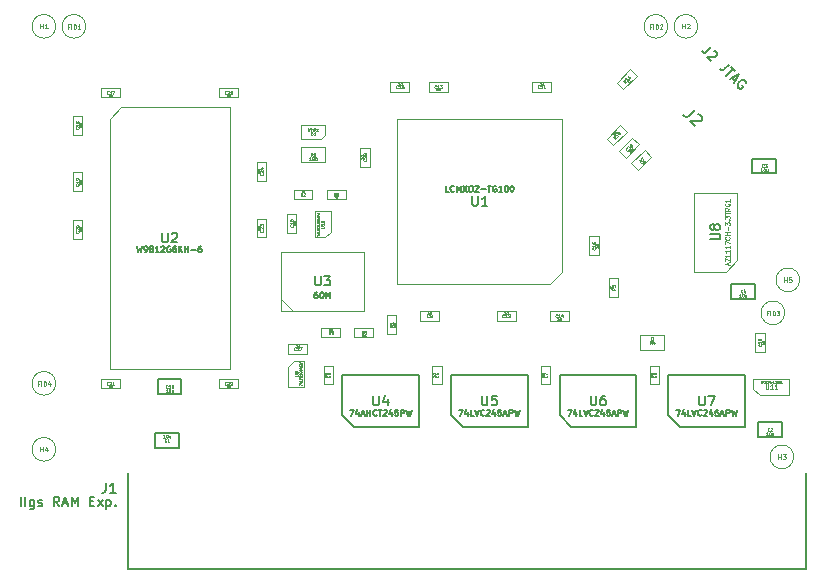
<source format=gbr>
G04 #@! TF.GenerationSoftware,KiCad,Pcbnew,(5.1.10-1-10_14)*
G04 #@! TF.CreationDate,2021-05-31T18:24:55-04:00*
G04 #@! TF.ProjectId,RAM2GS,52414d32-4753-42e6-9b69-6361645f7063,2.0*
G04 #@! TF.SameCoordinates,Original*
G04 #@! TF.FileFunction,Other,Fab,Top*
%FSLAX46Y46*%
G04 Gerber Fmt 4.6, Leading zero omitted, Abs format (unit mm)*
G04 Created by KiCad (PCBNEW (5.1.10-1-10_14)) date 2021-05-31 18:24:55*
%MOMM*%
%LPD*%
G01*
G04 APERTURE LIST*
%ADD10C,0.150000*%
%ADD11C,0.100000*%
%ADD12C,0.127000*%
%ADD13C,0.203200*%
%ADD14C,0.063500*%
%ADD15C,0.031750*%
%ADD16C,0.095250*%
%ADD17C,0.047625*%
G04 APERTURE END LIST*
D10*
X101375000Y-126650000D02*
X101375000Y-123250000D01*
X101375000Y-123250000D02*
X107875000Y-123250000D01*
X107875000Y-123250000D02*
X107875000Y-127650000D01*
X107875000Y-127650000D02*
X102375000Y-127650000D01*
X102375000Y-127650000D02*
X101375000Y-126650000D01*
D11*
X55070000Y-100540000D02*
X54070000Y-101540000D01*
X54070000Y-122760000D02*
X54070000Y-101540000D01*
X64230000Y-122760000D02*
X54070000Y-122760000D01*
X64230000Y-100540000D02*
X64230000Y-122760000D01*
X55070000Y-100540000D02*
X64230000Y-100540000D01*
X69200000Y-120650000D02*
X70800000Y-120650000D01*
X69200000Y-121450000D02*
X69200000Y-120650000D01*
X70800000Y-121450000D02*
X69200000Y-121450000D01*
X70800000Y-120650000D02*
X70800000Y-121450000D01*
X69900000Y-109600000D02*
X69900000Y-111200000D01*
X69100000Y-109600000D02*
X69900000Y-109600000D01*
X69100000Y-111200000D02*
X69100000Y-109600000D01*
X69900000Y-111200000D02*
X69100000Y-111200000D01*
X92400000Y-114550000D02*
X91400000Y-115550000D01*
X92400000Y-101550000D02*
X92400000Y-114550000D01*
X78400000Y-101550000D02*
X92400000Y-101550000D01*
X78400000Y-115550000D02*
X78400000Y-101550000D01*
X91400000Y-115550000D02*
X78400000Y-115550000D01*
X72000000Y-119250000D02*
X73600000Y-119250000D01*
X72000000Y-120050000D02*
X72000000Y-119250000D01*
X73600000Y-120050000D02*
X72000000Y-120050000D01*
X73600000Y-119250000D02*
X73600000Y-120050000D01*
X74800000Y-120050000D02*
X74800000Y-119250000D01*
X74800000Y-119250000D02*
X76400000Y-119250000D01*
X76400000Y-119250000D02*
X76400000Y-120050000D01*
X76400000Y-120050000D02*
X74800000Y-120050000D01*
X70300000Y-103250000D02*
X72000000Y-103250000D01*
X72000000Y-103250000D02*
X72300000Y-102950000D01*
X72300000Y-102950000D02*
X72300000Y-102050000D01*
X72300000Y-102050000D02*
X70300000Y-102050000D01*
X70300000Y-102050000D02*
X70300000Y-103250000D01*
X70300000Y-105225000D02*
X70300000Y-103975000D01*
X70300000Y-103975000D02*
X72300000Y-103975000D01*
X72300000Y-103975000D02*
X72300000Y-105225000D01*
X72300000Y-105225000D02*
X70300000Y-105225000D01*
X74050000Y-108350000D02*
X72450000Y-108350000D01*
X74050000Y-107550000D02*
X74050000Y-108350000D01*
X72450000Y-107550000D02*
X74050000Y-107550000D01*
X72450000Y-108350000D02*
X72450000Y-107550000D01*
X71250000Y-107550000D02*
X71250000Y-108350000D01*
X71250000Y-108350000D02*
X69650000Y-108350000D01*
X69650000Y-108350000D02*
X69650000Y-107550000D01*
X69650000Y-107550000D02*
X71250000Y-107550000D01*
X78350000Y-118200000D02*
X78350000Y-119800000D01*
X77550000Y-118200000D02*
X78350000Y-118200000D01*
X77550000Y-119800000D02*
X77550000Y-118200000D01*
X78350000Y-119800000D02*
X77550000Y-119800000D01*
X107237000Y-113500000D02*
X106237000Y-114500000D01*
X107237000Y-113500000D02*
X107237000Y-107800000D01*
X106237000Y-114500000D02*
X103537000Y-114500000D01*
X107237000Y-107800000D02*
X103537000Y-107800000D01*
X103537000Y-114500000D02*
X103537000Y-107800000D01*
X68600000Y-112800000D02*
X75600000Y-112800000D01*
X75600000Y-112800000D02*
X75600000Y-117800000D01*
X75600000Y-117800000D02*
X68600000Y-117800000D01*
X68600000Y-117800000D02*
X68600000Y-112800000D01*
X68600000Y-116800000D02*
X69600000Y-117800000D01*
X49514000Y-129540000D02*
G75*
G03*
X49514000Y-129540000I-1000000J0D01*
G01*
X49514000Y-123952000D02*
G75*
G03*
X49514000Y-123952000I-1000000J0D01*
G01*
D10*
X73775000Y-126650000D02*
X73775000Y-123250000D01*
X73775000Y-123250000D02*
X80275000Y-123250000D01*
X80275000Y-123250000D02*
X80275000Y-127650000D01*
X80275000Y-127650000D02*
X74775000Y-127650000D01*
X74775000Y-127650000D02*
X73775000Y-126650000D01*
D11*
X72280000Y-111600000D02*
X72780000Y-111100000D01*
X71430000Y-109400000D02*
X72780000Y-109400000D01*
X71430000Y-111600000D02*
X71430000Y-109400000D01*
X72780000Y-111100000D02*
X72780000Y-109400000D01*
X71430000Y-111600000D02*
X72280000Y-111600000D01*
X69720000Y-122050000D02*
X69220000Y-122550000D01*
X70570000Y-124250000D02*
X69220000Y-124250000D01*
X70570000Y-122050000D02*
X70570000Y-124250000D01*
X69220000Y-122550000D02*
X69220000Y-124250000D01*
X70570000Y-122050000D02*
X69720000Y-122050000D01*
D10*
X92175000Y-126650000D02*
X92175000Y-123250000D01*
X92175000Y-123250000D02*
X98675000Y-123250000D01*
X98675000Y-123250000D02*
X98675000Y-127650000D01*
X98675000Y-127650000D02*
X93175000Y-127650000D01*
X93175000Y-127650000D02*
X92175000Y-126650000D01*
X82975000Y-126650000D02*
X82975000Y-123250000D01*
X82975000Y-123250000D02*
X89475000Y-123250000D01*
X89475000Y-123250000D02*
X89475000Y-127650000D01*
X89475000Y-127650000D02*
X83975000Y-127650000D01*
X83975000Y-127650000D02*
X82975000Y-126650000D01*
D11*
X53350000Y-99750000D02*
X53350000Y-98950000D01*
X53350000Y-98950000D02*
X54950000Y-98950000D01*
X54950000Y-98950000D02*
X54950000Y-99750000D01*
X54950000Y-99750000D02*
X53350000Y-99750000D01*
D10*
X58150000Y-124875000D02*
X58150000Y-123625000D01*
X58150000Y-123625000D02*
X60150000Y-123625000D01*
X60150000Y-123625000D02*
X60150000Y-124875000D01*
X60150000Y-124875000D02*
X58150000Y-124875000D01*
D12*
X55626000Y-139700000D02*
X55626000Y-131572000D01*
X113030000Y-139700000D02*
X55626000Y-139700000D01*
X113030000Y-131572000D02*
X113030000Y-139700000D01*
D10*
X106700000Y-116775000D02*
X106700000Y-115525000D01*
X106700000Y-115525000D02*
X108700000Y-115525000D01*
X108700000Y-115525000D02*
X108700000Y-116775000D01*
X108700000Y-116775000D02*
X106700000Y-116775000D01*
X108500000Y-106175000D02*
X108500000Y-104925000D01*
X108500000Y-104925000D02*
X110500000Y-104925000D01*
X110500000Y-104925000D02*
X110500000Y-106175000D01*
X110500000Y-106175000D02*
X108500000Y-106175000D01*
X108982000Y-128514000D02*
X108982000Y-127264000D01*
X108982000Y-127264000D02*
X110982000Y-127264000D01*
X110982000Y-127264000D02*
X110982000Y-128514000D01*
X110982000Y-128514000D02*
X108982000Y-128514000D01*
X59928000Y-128153000D02*
X59928000Y-129403000D01*
X59928000Y-129403000D02*
X57928000Y-129403000D01*
X57928000Y-129403000D02*
X57928000Y-128153000D01*
X57928000Y-128153000D02*
X59928000Y-128153000D01*
D11*
X72200000Y-122450000D02*
X73000000Y-122450000D01*
X73000000Y-122450000D02*
X73000000Y-124050000D01*
X73000000Y-124050000D02*
X72200000Y-124050000D01*
X72200000Y-124050000D02*
X72200000Y-122450000D01*
X63350000Y-124350000D02*
X63350000Y-123550000D01*
X63350000Y-123550000D02*
X64950000Y-123550000D01*
X64950000Y-123550000D02*
X64950000Y-124350000D01*
X64950000Y-124350000D02*
X63350000Y-124350000D01*
X51750000Y-102900000D02*
X50950000Y-102900000D01*
X50950000Y-102900000D02*
X50950000Y-101300000D01*
X50950000Y-101300000D02*
X51750000Y-101300000D01*
X51750000Y-101300000D02*
X51750000Y-102900000D01*
X63350000Y-99750000D02*
X63350000Y-98950000D01*
X63350000Y-98950000D02*
X64950000Y-98950000D01*
X64950000Y-98950000D02*
X64950000Y-99750000D01*
X64950000Y-99750000D02*
X63350000Y-99750000D01*
X53350000Y-124350000D02*
X53350000Y-123550000D01*
X53350000Y-123550000D02*
X54950000Y-123550000D01*
X54950000Y-123550000D02*
X54950000Y-124350000D01*
X54950000Y-124350000D02*
X53350000Y-124350000D01*
X66550000Y-110000000D02*
X67350000Y-110000000D01*
X67350000Y-110000000D02*
X67350000Y-111600000D01*
X67350000Y-111600000D02*
X66550000Y-111600000D01*
X66550000Y-111600000D02*
X66550000Y-110000000D01*
X51750000Y-107700000D02*
X50950000Y-107700000D01*
X50950000Y-107700000D02*
X50950000Y-106100000D01*
X50950000Y-106100000D02*
X51750000Y-106100000D01*
X51750000Y-106100000D02*
X51750000Y-107700000D01*
X51750000Y-111700000D02*
X50950000Y-111700000D01*
X50950000Y-111700000D02*
X50950000Y-110100000D01*
X50950000Y-110100000D02*
X51750000Y-110100000D01*
X51750000Y-110100000D02*
X51750000Y-111700000D01*
X66550000Y-105200000D02*
X67350000Y-105200000D01*
X67350000Y-105200000D02*
X67350000Y-106800000D01*
X67350000Y-106800000D02*
X66550000Y-106800000D01*
X66550000Y-106800000D02*
X66550000Y-105200000D01*
X99800000Y-122450000D02*
X100600000Y-122450000D01*
X100600000Y-122450000D02*
X100600000Y-124050000D01*
X100600000Y-124050000D02*
X99800000Y-124050000D01*
X99800000Y-124050000D02*
X99800000Y-122450000D01*
X81400000Y-122450000D02*
X82200000Y-122450000D01*
X82200000Y-122450000D02*
X82200000Y-124050000D01*
X82200000Y-124050000D02*
X81400000Y-124050000D01*
X81400000Y-124050000D02*
X81400000Y-122450000D01*
X90600000Y-122450000D02*
X91400000Y-122450000D01*
X91400000Y-122450000D02*
X91400000Y-124050000D01*
X91400000Y-124050000D02*
X90600000Y-124050000D01*
X90600000Y-124050000D02*
X90600000Y-122450000D01*
X52054000Y-93726000D02*
G75*
G03*
X52054000Y-93726000I-1000000J0D01*
G01*
X111236000Y-117983000D02*
G75*
G03*
X111236000Y-117983000I-1000000J0D01*
G01*
X101330000Y-93726000D02*
G75*
G03*
X101330000Y-93726000I-1000000J0D01*
G01*
X111998000Y-130175000D02*
G75*
G03*
X111998000Y-130175000I-1000000J0D01*
G01*
X49514000Y-93726000D02*
G75*
G03*
X49514000Y-93726000I-1000000J0D01*
G01*
X103870000Y-93726000D02*
G75*
G03*
X103870000Y-93726000I-1000000J0D01*
G01*
X112506000Y-115189000D02*
G75*
G03*
X112506000Y-115189000I-1000000J0D01*
G01*
X109550000Y-119700000D02*
X109550000Y-121300000D01*
X108750000Y-119700000D02*
X109550000Y-119700000D01*
X108750000Y-121300000D02*
X108750000Y-119700000D01*
X109550000Y-121300000D02*
X108750000Y-121300000D01*
X99000000Y-119875000D02*
X101000000Y-119875000D01*
X99000000Y-121125000D02*
X99000000Y-119875000D01*
X101000000Y-121125000D02*
X99000000Y-121125000D01*
X101000000Y-119875000D02*
X101000000Y-121125000D01*
X109150000Y-124950000D02*
X111600000Y-124950000D01*
X108580000Y-124400000D02*
X108580000Y-123550000D01*
X109150000Y-124950000D02*
X108580000Y-124400000D01*
X108580000Y-123550000D02*
X111620000Y-123550000D01*
X111620000Y-124950000D02*
X111620000Y-123550000D01*
X81950000Y-117850000D02*
X81950000Y-118650000D01*
X81950000Y-118650000D02*
X80350000Y-118650000D01*
X80350000Y-118650000D02*
X80350000Y-117850000D01*
X80350000Y-117850000D02*
X81950000Y-117850000D01*
X89850000Y-98450000D02*
X91450000Y-98450000D01*
X89850000Y-99250000D02*
X89850000Y-98450000D01*
X91450000Y-99250000D02*
X89850000Y-99250000D01*
X91450000Y-98450000D02*
X91450000Y-99250000D01*
X88450000Y-117850000D02*
X88450000Y-118650000D01*
X88450000Y-118650000D02*
X86850000Y-118650000D01*
X86850000Y-118650000D02*
X86850000Y-117850000D01*
X86850000Y-117850000D02*
X88450000Y-117850000D01*
X82700000Y-99250000D02*
X81100000Y-99250000D01*
X82700000Y-98450000D02*
X82700000Y-99250000D01*
X81100000Y-98450000D02*
X82700000Y-98450000D01*
X81100000Y-99250000D02*
X81100000Y-98450000D01*
X77850000Y-98450000D02*
X79450000Y-98450000D01*
X77850000Y-99250000D02*
X77850000Y-98450000D01*
X79450000Y-99250000D02*
X77850000Y-99250000D01*
X79450000Y-98450000D02*
X79450000Y-99250000D01*
X75300000Y-104000000D02*
X76100000Y-104000000D01*
X76100000Y-104000000D02*
X76100000Y-105600000D01*
X76100000Y-105600000D02*
X75300000Y-105600000D01*
X75300000Y-105600000D02*
X75300000Y-104000000D01*
X92950000Y-118650000D02*
X91350000Y-118650000D01*
X92950000Y-117850000D02*
X92950000Y-118650000D01*
X91350000Y-117850000D02*
X92950000Y-117850000D01*
X91350000Y-118650000D02*
X91350000Y-117850000D01*
X95500000Y-113100000D02*
X94700000Y-113100000D01*
X94700000Y-113100000D02*
X94700000Y-111500000D01*
X94700000Y-111500000D02*
X95500000Y-111500000D01*
X95500000Y-111500000D02*
X95500000Y-113100000D01*
X96350000Y-116650000D02*
X96350000Y-115050000D01*
X97150000Y-116650000D02*
X96350000Y-116650000D01*
X97150000Y-115050000D02*
X97150000Y-116650000D01*
X96350000Y-115050000D02*
X97150000Y-115050000D01*
X97767157Y-104848528D02*
X97201472Y-104282843D01*
X97201472Y-104282843D02*
X98332843Y-103151472D01*
X98332843Y-103151472D02*
X98898528Y-103717157D01*
X98898528Y-103717157D02*
X97767157Y-104848528D01*
X99948528Y-104767157D02*
X98817157Y-105898528D01*
X99382843Y-104201472D02*
X99948528Y-104767157D01*
X98251472Y-105332843D02*
X99382843Y-104201472D01*
X98817157Y-105898528D02*
X98251472Y-105332843D01*
X96151472Y-103232843D02*
X97282843Y-102101472D01*
X96717157Y-103798528D02*
X96151472Y-103232843D01*
X97848528Y-102667157D02*
X96717157Y-103798528D01*
X97282843Y-102101472D02*
X97848528Y-102667157D01*
X97567157Y-99048528D02*
X97001472Y-98482843D01*
X97001472Y-98482843D02*
X98132843Y-97351472D01*
X98132843Y-97351472D02*
X98698528Y-97917157D01*
X98698528Y-97917157D02*
X97567157Y-99048528D01*
D13*
X104005723Y-125004895D02*
X104005723Y-125662876D01*
X104044428Y-125740285D01*
X104083133Y-125778990D01*
X104160542Y-125817695D01*
X104315361Y-125817695D01*
X104392771Y-125778990D01*
X104431476Y-125740285D01*
X104470180Y-125662876D01*
X104470180Y-125004895D01*
X104779819Y-125004895D02*
X105321685Y-125004895D01*
X104973342Y-125817695D01*
D12*
X102048714Y-126187809D02*
X102387380Y-126187809D01*
X102169666Y-126695809D01*
X102798619Y-126357142D02*
X102798619Y-126695809D01*
X102677666Y-126163619D02*
X102556714Y-126526476D01*
X102871190Y-126526476D01*
X103306619Y-126695809D02*
X103064714Y-126695809D01*
X103064714Y-126187809D01*
X103403380Y-126187809D02*
X103572714Y-126695809D01*
X103742047Y-126187809D01*
X104201666Y-126647428D02*
X104177476Y-126671619D01*
X104104904Y-126695809D01*
X104056523Y-126695809D01*
X103983952Y-126671619D01*
X103935571Y-126623238D01*
X103911380Y-126574857D01*
X103887190Y-126478095D01*
X103887190Y-126405523D01*
X103911380Y-126308761D01*
X103935571Y-126260380D01*
X103983952Y-126212000D01*
X104056523Y-126187809D01*
X104104904Y-126187809D01*
X104177476Y-126212000D01*
X104201666Y-126236190D01*
X104395190Y-126236190D02*
X104419380Y-126212000D01*
X104467761Y-126187809D01*
X104588714Y-126187809D01*
X104637095Y-126212000D01*
X104661285Y-126236190D01*
X104685476Y-126284571D01*
X104685476Y-126332952D01*
X104661285Y-126405523D01*
X104371000Y-126695809D01*
X104685476Y-126695809D01*
X105120904Y-126357142D02*
X105120904Y-126695809D01*
X104999952Y-126163619D02*
X104879000Y-126526476D01*
X105193476Y-126526476D01*
X105628904Y-126187809D02*
X105387000Y-126187809D01*
X105362809Y-126429714D01*
X105387000Y-126405523D01*
X105435380Y-126381333D01*
X105556333Y-126381333D01*
X105604714Y-126405523D01*
X105628904Y-126429714D01*
X105653095Y-126478095D01*
X105653095Y-126599047D01*
X105628904Y-126647428D01*
X105604714Y-126671619D01*
X105556333Y-126695809D01*
X105435380Y-126695809D01*
X105387000Y-126671619D01*
X105362809Y-126647428D01*
X105846619Y-126550666D02*
X106088523Y-126550666D01*
X105798238Y-126695809D02*
X105967571Y-126187809D01*
X106136904Y-126695809D01*
X106306238Y-126695809D02*
X106306238Y-126187809D01*
X106499761Y-126187809D01*
X106548142Y-126212000D01*
X106572333Y-126236190D01*
X106596523Y-126284571D01*
X106596523Y-126357142D01*
X106572333Y-126405523D01*
X106548142Y-126429714D01*
X106499761Y-126453904D01*
X106306238Y-126453904D01*
X106765857Y-126187809D02*
X106886809Y-126695809D01*
X106983571Y-126332952D01*
X107080333Y-126695809D01*
X107201285Y-126187809D01*
D13*
X58530723Y-111204895D02*
X58530723Y-111862876D01*
X58569428Y-111940285D01*
X58608133Y-111978990D01*
X58685542Y-112017695D01*
X58840361Y-112017695D01*
X58917771Y-111978990D01*
X58956476Y-111940285D01*
X58995180Y-111862876D01*
X58995180Y-111204895D01*
X59343523Y-111282304D02*
X59382228Y-111243600D01*
X59459638Y-111204895D01*
X59653161Y-111204895D01*
X59730571Y-111243600D01*
X59769276Y-111282304D01*
X59807980Y-111359714D01*
X59807980Y-111437123D01*
X59769276Y-111553238D01*
X59304819Y-112017695D01*
X59807980Y-112017695D01*
D12*
X56392285Y-112321809D02*
X56513238Y-112829809D01*
X56610000Y-112466952D01*
X56706761Y-112829809D01*
X56827714Y-112321809D01*
X57045428Y-112829809D02*
X57142190Y-112829809D01*
X57190571Y-112805619D01*
X57214761Y-112781428D01*
X57263142Y-112708857D01*
X57287333Y-112612095D01*
X57287333Y-112418571D01*
X57263142Y-112370190D01*
X57238952Y-112346000D01*
X57190571Y-112321809D01*
X57093809Y-112321809D01*
X57045428Y-112346000D01*
X57021238Y-112370190D01*
X56997047Y-112418571D01*
X56997047Y-112539523D01*
X57021238Y-112587904D01*
X57045428Y-112612095D01*
X57093809Y-112636285D01*
X57190571Y-112636285D01*
X57238952Y-112612095D01*
X57263142Y-112587904D01*
X57287333Y-112539523D01*
X57577619Y-112539523D02*
X57529238Y-112515333D01*
X57505047Y-112491142D01*
X57480857Y-112442761D01*
X57480857Y-112418571D01*
X57505047Y-112370190D01*
X57529238Y-112346000D01*
X57577619Y-112321809D01*
X57674380Y-112321809D01*
X57722761Y-112346000D01*
X57746952Y-112370190D01*
X57771142Y-112418571D01*
X57771142Y-112442761D01*
X57746952Y-112491142D01*
X57722761Y-112515333D01*
X57674380Y-112539523D01*
X57577619Y-112539523D01*
X57529238Y-112563714D01*
X57505047Y-112587904D01*
X57480857Y-112636285D01*
X57480857Y-112733047D01*
X57505047Y-112781428D01*
X57529238Y-112805619D01*
X57577619Y-112829809D01*
X57674380Y-112829809D01*
X57722761Y-112805619D01*
X57746952Y-112781428D01*
X57771142Y-112733047D01*
X57771142Y-112636285D01*
X57746952Y-112587904D01*
X57722761Y-112563714D01*
X57674380Y-112539523D01*
X58254952Y-112829809D02*
X57964666Y-112829809D01*
X58109809Y-112829809D02*
X58109809Y-112321809D01*
X58061428Y-112394380D01*
X58013047Y-112442761D01*
X57964666Y-112466952D01*
X58448476Y-112370190D02*
X58472666Y-112346000D01*
X58521047Y-112321809D01*
X58642000Y-112321809D01*
X58690380Y-112346000D01*
X58714571Y-112370190D01*
X58738761Y-112418571D01*
X58738761Y-112466952D01*
X58714571Y-112539523D01*
X58424285Y-112829809D01*
X58738761Y-112829809D01*
X59222571Y-112346000D02*
X59174190Y-112321809D01*
X59101619Y-112321809D01*
X59029047Y-112346000D01*
X58980666Y-112394380D01*
X58956476Y-112442761D01*
X58932285Y-112539523D01*
X58932285Y-112612095D01*
X58956476Y-112708857D01*
X58980666Y-112757238D01*
X59029047Y-112805619D01*
X59101619Y-112829809D01*
X59150000Y-112829809D01*
X59222571Y-112805619D01*
X59246761Y-112781428D01*
X59246761Y-112612095D01*
X59150000Y-112612095D01*
X59682190Y-112321809D02*
X59585428Y-112321809D01*
X59537047Y-112346000D01*
X59512857Y-112370190D01*
X59464476Y-112442761D01*
X59440285Y-112539523D01*
X59440285Y-112733047D01*
X59464476Y-112781428D01*
X59488666Y-112805619D01*
X59537047Y-112829809D01*
X59633809Y-112829809D01*
X59682190Y-112805619D01*
X59706380Y-112781428D01*
X59730571Y-112733047D01*
X59730571Y-112612095D01*
X59706380Y-112563714D01*
X59682190Y-112539523D01*
X59633809Y-112515333D01*
X59537047Y-112515333D01*
X59488666Y-112539523D01*
X59464476Y-112563714D01*
X59440285Y-112612095D01*
X59948285Y-112829809D02*
X59948285Y-112321809D01*
X60238571Y-112829809D02*
X60020857Y-112539523D01*
X60238571Y-112321809D02*
X59948285Y-112612095D01*
X60456285Y-112829809D02*
X60456285Y-112321809D01*
X60456285Y-112563714D02*
X60746571Y-112563714D01*
X60746571Y-112829809D02*
X60746571Y-112321809D01*
X60988476Y-112636285D02*
X61375523Y-112636285D01*
X61835142Y-112321809D02*
X61738380Y-112321809D01*
X61690000Y-112346000D01*
X61665809Y-112370190D01*
X61617428Y-112442761D01*
X61593238Y-112539523D01*
X61593238Y-112733047D01*
X61617428Y-112781428D01*
X61641619Y-112805619D01*
X61690000Y-112829809D01*
X61786761Y-112829809D01*
X61835142Y-112805619D01*
X61859333Y-112781428D01*
X61883523Y-112733047D01*
X61883523Y-112612095D01*
X61859333Y-112563714D01*
X61835142Y-112539523D01*
X61786761Y-112515333D01*
X61690000Y-112515333D01*
X61641619Y-112539523D01*
X61617428Y-112563714D01*
X61593238Y-112612095D01*
D14*
X69836714Y-121140714D02*
X69824619Y-121152809D01*
X69788333Y-121164904D01*
X69764142Y-121164904D01*
X69727857Y-121152809D01*
X69703666Y-121128619D01*
X69691571Y-121104428D01*
X69679476Y-121056047D01*
X69679476Y-121019761D01*
X69691571Y-120971380D01*
X69703666Y-120947190D01*
X69727857Y-120923000D01*
X69764142Y-120910904D01*
X69788333Y-120910904D01*
X69824619Y-120923000D01*
X69836714Y-120935095D01*
X69933476Y-120935095D02*
X69945571Y-120923000D01*
X69969761Y-120910904D01*
X70030238Y-120910904D01*
X70054428Y-120923000D01*
X70066523Y-120935095D01*
X70078619Y-120959285D01*
X70078619Y-120983476D01*
X70066523Y-121019761D01*
X69921380Y-121164904D01*
X70078619Y-121164904D01*
X70163285Y-120910904D02*
X70332619Y-120910904D01*
X70223761Y-121164904D01*
D15*
X69845785Y-120742547D02*
X69851833Y-120736500D01*
X69863928Y-120730452D01*
X69894166Y-120730452D01*
X69906261Y-120736500D01*
X69912309Y-120742547D01*
X69918357Y-120754642D01*
X69918357Y-120766738D01*
X69912309Y-120784880D01*
X69839738Y-120857452D01*
X69918357Y-120857452D01*
X70027214Y-120772785D02*
X70027214Y-120857452D01*
X69972785Y-120772785D02*
X69972785Y-120839309D01*
X69978833Y-120851404D01*
X69990928Y-120857452D01*
X70009071Y-120857452D01*
X70021166Y-120851404D01*
X70027214Y-120845357D01*
X70081642Y-120742547D02*
X70087690Y-120736500D01*
X70099785Y-120730452D01*
X70130023Y-120730452D01*
X70142119Y-120736500D01*
X70148166Y-120742547D01*
X70154214Y-120754642D01*
X70154214Y-120766738D01*
X70148166Y-120784880D01*
X70075595Y-120857452D01*
X70154214Y-120857452D01*
D14*
X69590714Y-110563285D02*
X69602809Y-110575380D01*
X69614904Y-110611666D01*
X69614904Y-110635857D01*
X69602809Y-110672142D01*
X69578619Y-110696333D01*
X69554428Y-110708428D01*
X69506047Y-110720523D01*
X69469761Y-110720523D01*
X69421380Y-110708428D01*
X69397190Y-110696333D01*
X69373000Y-110672142D01*
X69360904Y-110635857D01*
X69360904Y-110611666D01*
X69373000Y-110575380D01*
X69385095Y-110563285D01*
X69614904Y-110321380D02*
X69614904Y-110466523D01*
X69614904Y-110393952D02*
X69360904Y-110393952D01*
X69397190Y-110418142D01*
X69421380Y-110442333D01*
X69433476Y-110466523D01*
X69360904Y-110164142D02*
X69360904Y-110139952D01*
X69373000Y-110115761D01*
X69385095Y-110103666D01*
X69409285Y-110091571D01*
X69457666Y-110079476D01*
X69518142Y-110079476D01*
X69566523Y-110091571D01*
X69590714Y-110103666D01*
X69602809Y-110115761D01*
X69614904Y-110139952D01*
X69614904Y-110164142D01*
X69602809Y-110188333D01*
X69590714Y-110200428D01*
X69566523Y-110212523D01*
X69518142Y-110224619D01*
X69457666Y-110224619D01*
X69409285Y-110212523D01*
X69385095Y-110200428D01*
X69373000Y-110188333D01*
X69360904Y-110164142D01*
D15*
X69692547Y-110554214D02*
X69686500Y-110548166D01*
X69680452Y-110536071D01*
X69680452Y-110505833D01*
X69686500Y-110493738D01*
X69692547Y-110487690D01*
X69704642Y-110481642D01*
X69716738Y-110481642D01*
X69734880Y-110487690D01*
X69807452Y-110560261D01*
X69807452Y-110481642D01*
X69722785Y-110372785D02*
X69807452Y-110372785D01*
X69722785Y-110427214D02*
X69789309Y-110427214D01*
X69801404Y-110421166D01*
X69807452Y-110409071D01*
X69807452Y-110390928D01*
X69801404Y-110378833D01*
X69795357Y-110372785D01*
X69692547Y-110318357D02*
X69686500Y-110312309D01*
X69680452Y-110300214D01*
X69680452Y-110269976D01*
X69686500Y-110257880D01*
X69692547Y-110251833D01*
X69704642Y-110245785D01*
X69716738Y-110245785D01*
X69734880Y-110251833D01*
X69807452Y-110324404D01*
X69807452Y-110245785D01*
D13*
X84780723Y-108104895D02*
X84780723Y-108762876D01*
X84819428Y-108840285D01*
X84858133Y-108878990D01*
X84935542Y-108917695D01*
X85090361Y-108917695D01*
X85167771Y-108878990D01*
X85206476Y-108840285D01*
X85245180Y-108762876D01*
X85245180Y-108104895D01*
X86057980Y-108917695D02*
X85593523Y-108917695D01*
X85825752Y-108917695D02*
X85825752Y-108104895D01*
X85748342Y-108221009D01*
X85670933Y-108298419D01*
X85593523Y-108337123D01*
D12*
X82775333Y-107729809D02*
X82533428Y-107729809D01*
X82533428Y-107221809D01*
X83234952Y-107681428D02*
X83210761Y-107705619D01*
X83138190Y-107729809D01*
X83089809Y-107729809D01*
X83017238Y-107705619D01*
X82968857Y-107657238D01*
X82944666Y-107608857D01*
X82920476Y-107512095D01*
X82920476Y-107439523D01*
X82944666Y-107342761D01*
X82968857Y-107294380D01*
X83017238Y-107246000D01*
X83089809Y-107221809D01*
X83138190Y-107221809D01*
X83210761Y-107246000D01*
X83234952Y-107270190D01*
X83452666Y-107729809D02*
X83452666Y-107221809D01*
X83622000Y-107584666D01*
X83791333Y-107221809D01*
X83791333Y-107729809D01*
X83984857Y-107221809D02*
X84323523Y-107729809D01*
X84323523Y-107221809D02*
X83984857Y-107729809D01*
X84613809Y-107221809D02*
X84710571Y-107221809D01*
X84758952Y-107246000D01*
X84807333Y-107294380D01*
X84831523Y-107391142D01*
X84831523Y-107560476D01*
X84807333Y-107657238D01*
X84758952Y-107705619D01*
X84710571Y-107729809D01*
X84613809Y-107729809D01*
X84565428Y-107705619D01*
X84517047Y-107657238D01*
X84492857Y-107560476D01*
X84492857Y-107391142D01*
X84517047Y-107294380D01*
X84565428Y-107246000D01*
X84613809Y-107221809D01*
X85025047Y-107270190D02*
X85049238Y-107246000D01*
X85097619Y-107221809D01*
X85218571Y-107221809D01*
X85266952Y-107246000D01*
X85291142Y-107270190D01*
X85315333Y-107318571D01*
X85315333Y-107366952D01*
X85291142Y-107439523D01*
X85000857Y-107729809D01*
X85315333Y-107729809D01*
X85533047Y-107536285D02*
X85920095Y-107536285D01*
X86089428Y-107221809D02*
X86379714Y-107221809D01*
X86234571Y-107729809D02*
X86234571Y-107221809D01*
X86815142Y-107246000D02*
X86766761Y-107221809D01*
X86694190Y-107221809D01*
X86621619Y-107246000D01*
X86573238Y-107294380D01*
X86549047Y-107342761D01*
X86524857Y-107439523D01*
X86524857Y-107512095D01*
X86549047Y-107608857D01*
X86573238Y-107657238D01*
X86621619Y-107705619D01*
X86694190Y-107729809D01*
X86742571Y-107729809D01*
X86815142Y-107705619D01*
X86839333Y-107681428D01*
X86839333Y-107512095D01*
X86742571Y-107512095D01*
X87323142Y-107729809D02*
X87032857Y-107729809D01*
X87178000Y-107729809D02*
X87178000Y-107221809D01*
X87129619Y-107294380D01*
X87081238Y-107342761D01*
X87032857Y-107366952D01*
X87637619Y-107221809D02*
X87686000Y-107221809D01*
X87734380Y-107246000D01*
X87758571Y-107270190D01*
X87782761Y-107318571D01*
X87806952Y-107415333D01*
X87806952Y-107536285D01*
X87782761Y-107633047D01*
X87758571Y-107681428D01*
X87734380Y-107705619D01*
X87686000Y-107729809D01*
X87637619Y-107729809D01*
X87589238Y-107705619D01*
X87565047Y-107681428D01*
X87540857Y-107633047D01*
X87516666Y-107536285D01*
X87516666Y-107415333D01*
X87540857Y-107318571D01*
X87565047Y-107270190D01*
X87589238Y-107246000D01*
X87637619Y-107221809D01*
X88121428Y-107221809D02*
X88169809Y-107221809D01*
X88218190Y-107246000D01*
X88242380Y-107270190D01*
X88266571Y-107318571D01*
X88290761Y-107415333D01*
X88290761Y-107536285D01*
X88266571Y-107633047D01*
X88242380Y-107681428D01*
X88218190Y-107705619D01*
X88169809Y-107729809D01*
X88121428Y-107729809D01*
X88073047Y-107705619D01*
X88048857Y-107681428D01*
X88024666Y-107633047D01*
X88000476Y-107536285D01*
X88000476Y-107415333D01*
X88024666Y-107318571D01*
X88048857Y-107270190D01*
X88073047Y-107246000D01*
X88121428Y-107221809D01*
D14*
X72757666Y-119764904D02*
X72673000Y-119643952D01*
X72612523Y-119764904D02*
X72612523Y-119510904D01*
X72709285Y-119510904D01*
X72733476Y-119523000D01*
X72745571Y-119535095D01*
X72757666Y-119559285D01*
X72757666Y-119595571D01*
X72745571Y-119619761D01*
X72733476Y-119631857D01*
X72709285Y-119643952D01*
X72612523Y-119643952D01*
X72878619Y-119764904D02*
X72927000Y-119764904D01*
X72951190Y-119752809D01*
X72963285Y-119740714D01*
X72987476Y-119704428D01*
X72999571Y-119656047D01*
X72999571Y-119559285D01*
X72987476Y-119535095D01*
X72975380Y-119523000D01*
X72951190Y-119510904D01*
X72902809Y-119510904D01*
X72878619Y-119523000D01*
X72866523Y-119535095D01*
X72854428Y-119559285D01*
X72854428Y-119619761D01*
X72866523Y-119643952D01*
X72878619Y-119656047D01*
X72902809Y-119668142D01*
X72951190Y-119668142D01*
X72975380Y-119656047D01*
X72987476Y-119643952D01*
X72999571Y-119619761D01*
D15*
X72724404Y-119457452D02*
X72651833Y-119457452D01*
X72688119Y-119457452D02*
X72688119Y-119330452D01*
X72676023Y-119348595D01*
X72663928Y-119360690D01*
X72651833Y-119366738D01*
X72803023Y-119330452D02*
X72815119Y-119330452D01*
X72827214Y-119336500D01*
X72833261Y-119342547D01*
X72839309Y-119354642D01*
X72845357Y-119378833D01*
X72845357Y-119409071D01*
X72839309Y-119433261D01*
X72833261Y-119445357D01*
X72827214Y-119451404D01*
X72815119Y-119457452D01*
X72803023Y-119457452D01*
X72790928Y-119451404D01*
X72784880Y-119445357D01*
X72778833Y-119433261D01*
X72772785Y-119409071D01*
X72772785Y-119378833D01*
X72778833Y-119354642D01*
X72784880Y-119342547D01*
X72790928Y-119336500D01*
X72803023Y-119330452D01*
X72899785Y-119457452D02*
X72899785Y-119330452D01*
X72911880Y-119409071D02*
X72948166Y-119457452D01*
X72948166Y-119372785D02*
X72899785Y-119421166D01*
D14*
X75557666Y-119764904D02*
X75473000Y-119643952D01*
X75412523Y-119764904D02*
X75412523Y-119510904D01*
X75509285Y-119510904D01*
X75533476Y-119523000D01*
X75545571Y-119535095D01*
X75557666Y-119559285D01*
X75557666Y-119595571D01*
X75545571Y-119619761D01*
X75533476Y-119631857D01*
X75509285Y-119643952D01*
X75412523Y-119643952D01*
X75702809Y-119619761D02*
X75678619Y-119607666D01*
X75666523Y-119595571D01*
X75654428Y-119571380D01*
X75654428Y-119559285D01*
X75666523Y-119535095D01*
X75678619Y-119523000D01*
X75702809Y-119510904D01*
X75751190Y-119510904D01*
X75775380Y-119523000D01*
X75787476Y-119535095D01*
X75799571Y-119559285D01*
X75799571Y-119571380D01*
X75787476Y-119595571D01*
X75775380Y-119607666D01*
X75751190Y-119619761D01*
X75702809Y-119619761D01*
X75678619Y-119631857D01*
X75666523Y-119643952D01*
X75654428Y-119668142D01*
X75654428Y-119716523D01*
X75666523Y-119740714D01*
X75678619Y-119752809D01*
X75702809Y-119764904D01*
X75751190Y-119764904D01*
X75775380Y-119752809D01*
X75787476Y-119740714D01*
X75799571Y-119716523D01*
X75799571Y-119668142D01*
X75787476Y-119643952D01*
X75775380Y-119631857D01*
X75751190Y-119619761D01*
D15*
X75524404Y-119957452D02*
X75451833Y-119957452D01*
X75488119Y-119957452D02*
X75488119Y-119830452D01*
X75476023Y-119848595D01*
X75463928Y-119860690D01*
X75451833Y-119866738D01*
X75603023Y-119830452D02*
X75615119Y-119830452D01*
X75627214Y-119836500D01*
X75633261Y-119842547D01*
X75639309Y-119854642D01*
X75645357Y-119878833D01*
X75645357Y-119909071D01*
X75639309Y-119933261D01*
X75633261Y-119945357D01*
X75627214Y-119951404D01*
X75615119Y-119957452D01*
X75603023Y-119957452D01*
X75590928Y-119951404D01*
X75584880Y-119945357D01*
X75578833Y-119933261D01*
X75572785Y-119909071D01*
X75572785Y-119878833D01*
X75578833Y-119854642D01*
X75584880Y-119842547D01*
X75590928Y-119836500D01*
X75603023Y-119830452D01*
X75699785Y-119957452D02*
X75699785Y-119830452D01*
X75711880Y-119909071D02*
X75748166Y-119957452D01*
X75748166Y-119872785D02*
X75699785Y-119921166D01*
D14*
X71112523Y-102964904D02*
X71112523Y-102710904D01*
X71173000Y-102710904D01*
X71209285Y-102723000D01*
X71233476Y-102747190D01*
X71245571Y-102771380D01*
X71257666Y-102819761D01*
X71257666Y-102856047D01*
X71245571Y-102904428D01*
X71233476Y-102928619D01*
X71209285Y-102952809D01*
X71173000Y-102964904D01*
X71112523Y-102964904D01*
X71499571Y-102964904D02*
X71354428Y-102964904D01*
X71427000Y-102964904D02*
X71427000Y-102710904D01*
X71402809Y-102747190D01*
X71378619Y-102771380D01*
X71354428Y-102783476D01*
X70834333Y-102310904D02*
X70894809Y-102564904D01*
X70943190Y-102383476D01*
X70991571Y-102564904D01*
X71052047Y-102310904D01*
X71148809Y-102564904D02*
X71148809Y-102310904D01*
X71257666Y-102564904D02*
X71257666Y-102431857D01*
X71245571Y-102407666D01*
X71221380Y-102395571D01*
X71185095Y-102395571D01*
X71160904Y-102407666D01*
X71148809Y-102419761D01*
X71378619Y-102564904D02*
X71378619Y-102395571D01*
X71378619Y-102310904D02*
X71366523Y-102323000D01*
X71378619Y-102335095D01*
X71390714Y-102323000D01*
X71378619Y-102310904D01*
X71378619Y-102335095D01*
X71463285Y-102395571D02*
X71560047Y-102395571D01*
X71499571Y-102310904D02*
X71499571Y-102528619D01*
X71511666Y-102552809D01*
X71535857Y-102564904D01*
X71560047Y-102564904D01*
X71741476Y-102552809D02*
X71717285Y-102564904D01*
X71668904Y-102564904D01*
X71644714Y-102552809D01*
X71632619Y-102528619D01*
X71632619Y-102431857D01*
X71644714Y-102407666D01*
X71668904Y-102395571D01*
X71717285Y-102395571D01*
X71741476Y-102407666D01*
X71753571Y-102431857D01*
X71753571Y-102456047D01*
X71632619Y-102480238D01*
X71257666Y-104714904D02*
X71173000Y-104593952D01*
X71112523Y-104714904D02*
X71112523Y-104460904D01*
X71209285Y-104460904D01*
X71233476Y-104473000D01*
X71245571Y-104485095D01*
X71257666Y-104509285D01*
X71257666Y-104545571D01*
X71245571Y-104569761D01*
X71233476Y-104581857D01*
X71209285Y-104593952D01*
X71112523Y-104593952D01*
X71475380Y-104460904D02*
X71427000Y-104460904D01*
X71402809Y-104473000D01*
X71390714Y-104485095D01*
X71366523Y-104521380D01*
X71354428Y-104569761D01*
X71354428Y-104666523D01*
X71366523Y-104690714D01*
X71378619Y-104702809D01*
X71402809Y-104714904D01*
X71451190Y-104714904D01*
X71475380Y-104702809D01*
X71487476Y-104690714D01*
X71499571Y-104666523D01*
X71499571Y-104606047D01*
X71487476Y-104581857D01*
X71475380Y-104569761D01*
X71451190Y-104557666D01*
X71402809Y-104557666D01*
X71378619Y-104569761D01*
X71366523Y-104581857D01*
X71354428Y-104606047D01*
X71130666Y-105064904D02*
X70985523Y-105064904D01*
X71058095Y-105064904D02*
X71058095Y-104810904D01*
X71033904Y-104847190D01*
X71009714Y-104871380D01*
X70985523Y-104883476D01*
X71275809Y-104919761D02*
X71251619Y-104907666D01*
X71239523Y-104895571D01*
X71227428Y-104871380D01*
X71227428Y-104859285D01*
X71239523Y-104835095D01*
X71251619Y-104823000D01*
X71275809Y-104810904D01*
X71324190Y-104810904D01*
X71348380Y-104823000D01*
X71360476Y-104835095D01*
X71372571Y-104859285D01*
X71372571Y-104871380D01*
X71360476Y-104895571D01*
X71348380Y-104907666D01*
X71324190Y-104919761D01*
X71275809Y-104919761D01*
X71251619Y-104931857D01*
X71239523Y-104943952D01*
X71227428Y-104968142D01*
X71227428Y-105016523D01*
X71239523Y-105040714D01*
X71251619Y-105052809D01*
X71275809Y-105064904D01*
X71324190Y-105064904D01*
X71348380Y-105052809D01*
X71360476Y-105040714D01*
X71372571Y-105016523D01*
X71372571Y-104968142D01*
X71360476Y-104943952D01*
X71348380Y-104931857D01*
X71324190Y-104919761D01*
X71529809Y-104810904D02*
X71554000Y-104810904D01*
X71578190Y-104823000D01*
X71590285Y-104835095D01*
X71602380Y-104859285D01*
X71614476Y-104907666D01*
X71614476Y-104968142D01*
X71602380Y-105016523D01*
X71590285Y-105040714D01*
X71578190Y-105052809D01*
X71554000Y-105064904D01*
X71529809Y-105064904D01*
X71505619Y-105052809D01*
X71493523Y-105040714D01*
X71481428Y-105016523D01*
X71469333Y-104968142D01*
X71469333Y-104907666D01*
X71481428Y-104859285D01*
X71493523Y-104835095D01*
X71505619Y-104823000D01*
X71529809Y-104810904D01*
X73207666Y-108064904D02*
X73123000Y-107943952D01*
X73062523Y-108064904D02*
X73062523Y-107810904D01*
X73159285Y-107810904D01*
X73183476Y-107823000D01*
X73195571Y-107835095D01*
X73207666Y-107859285D01*
X73207666Y-107895571D01*
X73195571Y-107919761D01*
X73183476Y-107931857D01*
X73159285Y-107943952D01*
X73062523Y-107943952D01*
X73292333Y-107810904D02*
X73449571Y-107810904D01*
X73364904Y-107907666D01*
X73401190Y-107907666D01*
X73425380Y-107919761D01*
X73437476Y-107931857D01*
X73449571Y-107956047D01*
X73449571Y-108016523D01*
X73437476Y-108040714D01*
X73425380Y-108052809D01*
X73401190Y-108064904D01*
X73328619Y-108064904D01*
X73304428Y-108052809D01*
X73292333Y-108040714D01*
D15*
X73213714Y-108172785D02*
X73213714Y-108257452D01*
X73183476Y-108124404D02*
X73153238Y-108215119D01*
X73231857Y-108215119D01*
X73268142Y-108130452D02*
X73352809Y-108130452D01*
X73298380Y-108257452D01*
D14*
X70407666Y-108064904D02*
X70323000Y-107943952D01*
X70262523Y-108064904D02*
X70262523Y-107810904D01*
X70359285Y-107810904D01*
X70383476Y-107823000D01*
X70395571Y-107835095D01*
X70407666Y-107859285D01*
X70407666Y-107895571D01*
X70395571Y-107919761D01*
X70383476Y-107931857D01*
X70359285Y-107943952D01*
X70262523Y-107943952D01*
X70504428Y-107835095D02*
X70516523Y-107823000D01*
X70540714Y-107810904D01*
X70601190Y-107810904D01*
X70625380Y-107823000D01*
X70637476Y-107835095D01*
X70649571Y-107859285D01*
X70649571Y-107883476D01*
X70637476Y-107919761D01*
X70492333Y-108064904D01*
X70649571Y-108064904D01*
D15*
X70413714Y-107672785D02*
X70413714Y-107757452D01*
X70383476Y-107624404D02*
X70353238Y-107715119D01*
X70431857Y-107715119D01*
X70468142Y-107630452D02*
X70552809Y-107630452D01*
X70498380Y-107757452D01*
D14*
X78064904Y-119042333D02*
X77943952Y-119127000D01*
X78064904Y-119187476D02*
X77810904Y-119187476D01*
X77810904Y-119090714D01*
X77823000Y-119066523D01*
X77835095Y-119054428D01*
X77859285Y-119042333D01*
X77895571Y-119042333D01*
X77919761Y-119054428D01*
X77931857Y-119066523D01*
X77943952Y-119090714D01*
X77943952Y-119187476D01*
X78064904Y-118800428D02*
X78064904Y-118945571D01*
X78064904Y-118873000D02*
X77810904Y-118873000D01*
X77847190Y-118897190D01*
X77871380Y-118921380D01*
X77883476Y-118945571D01*
D15*
X78257452Y-119075595D02*
X78257452Y-119148166D01*
X78257452Y-119111880D02*
X78130452Y-119111880D01*
X78148595Y-119123976D01*
X78160690Y-119136071D01*
X78166738Y-119148166D01*
X78130452Y-118996976D02*
X78130452Y-118984880D01*
X78136500Y-118972785D01*
X78142547Y-118966738D01*
X78154642Y-118960690D01*
X78178833Y-118954642D01*
X78209071Y-118954642D01*
X78233261Y-118960690D01*
X78245357Y-118966738D01*
X78251404Y-118972785D01*
X78257452Y-118984880D01*
X78257452Y-118996976D01*
X78251404Y-119009071D01*
X78245357Y-119015119D01*
X78233261Y-119021166D01*
X78209071Y-119027214D01*
X78178833Y-119027214D01*
X78154642Y-119021166D01*
X78142547Y-119015119D01*
X78136500Y-119009071D01*
X78130452Y-118996976D01*
X78257452Y-118900214D02*
X78130452Y-118900214D01*
X78209071Y-118888119D02*
X78257452Y-118851833D01*
X78172785Y-118851833D02*
X78221166Y-118900214D01*
D16*
X106466500Y-113934928D02*
X106466500Y-113753500D01*
X106575357Y-113971214D02*
X106194357Y-113844214D01*
X106575357Y-113717214D01*
X106194357Y-113626500D02*
X106194357Y-113372500D01*
X106575357Y-113626500D01*
X106575357Y-113372500D01*
X106575357Y-113027785D02*
X106575357Y-113245500D01*
X106575357Y-113136642D02*
X106194357Y-113136642D01*
X106248785Y-113172928D01*
X106285071Y-113209214D01*
X106303214Y-113245500D01*
X106575357Y-112664928D02*
X106575357Y-112882642D01*
X106575357Y-112773785D02*
X106194357Y-112773785D01*
X106248785Y-112810071D01*
X106285071Y-112846357D01*
X106303214Y-112882642D01*
X106575357Y-112302071D02*
X106575357Y-112519785D01*
X106575357Y-112410928D02*
X106194357Y-112410928D01*
X106248785Y-112447214D01*
X106285071Y-112483500D01*
X106303214Y-112519785D01*
X106194357Y-112175071D02*
X106194357Y-111921071D01*
X106575357Y-112084357D01*
X106539071Y-111558214D02*
X106557214Y-111576357D01*
X106575357Y-111630785D01*
X106575357Y-111667071D01*
X106557214Y-111721500D01*
X106520928Y-111757785D01*
X106484642Y-111775928D01*
X106412071Y-111794071D01*
X106357642Y-111794071D01*
X106285071Y-111775928D01*
X106248785Y-111757785D01*
X106212500Y-111721500D01*
X106194357Y-111667071D01*
X106194357Y-111630785D01*
X106212500Y-111576357D01*
X106230642Y-111558214D01*
X106575357Y-111394928D02*
X106194357Y-111394928D01*
X106375785Y-111394928D02*
X106375785Y-111177214D01*
X106575357Y-111177214D02*
X106194357Y-111177214D01*
X106430214Y-110995785D02*
X106430214Y-110705500D01*
X106194357Y-110560357D02*
X106194357Y-110324500D01*
X106339500Y-110451500D01*
X106339500Y-110397071D01*
X106357642Y-110360785D01*
X106375785Y-110342642D01*
X106412071Y-110324500D01*
X106502785Y-110324500D01*
X106539071Y-110342642D01*
X106557214Y-110360785D01*
X106575357Y-110397071D01*
X106575357Y-110505928D01*
X106557214Y-110542214D01*
X106539071Y-110560357D01*
X106539071Y-110161214D02*
X106557214Y-110143071D01*
X106575357Y-110161214D01*
X106557214Y-110179357D01*
X106539071Y-110161214D01*
X106575357Y-110161214D01*
X106194357Y-110016071D02*
X106194357Y-109780214D01*
X106339500Y-109907214D01*
X106339500Y-109852785D01*
X106357642Y-109816500D01*
X106375785Y-109798357D01*
X106412071Y-109780214D01*
X106502785Y-109780214D01*
X106539071Y-109798357D01*
X106557214Y-109816500D01*
X106575357Y-109852785D01*
X106575357Y-109961642D01*
X106557214Y-109997928D01*
X106539071Y-110016071D01*
X106194357Y-109671357D02*
X106194357Y-109453642D01*
X106575357Y-109562500D02*
X106194357Y-109562500D01*
X106575357Y-109108928D02*
X106393928Y-109235928D01*
X106575357Y-109326642D02*
X106194357Y-109326642D01*
X106194357Y-109181500D01*
X106212500Y-109145214D01*
X106230642Y-109127071D01*
X106266928Y-109108928D01*
X106321357Y-109108928D01*
X106357642Y-109127071D01*
X106375785Y-109145214D01*
X106393928Y-109181500D01*
X106393928Y-109326642D01*
X106212500Y-108746071D02*
X106194357Y-108782357D01*
X106194357Y-108836785D01*
X106212500Y-108891214D01*
X106248785Y-108927500D01*
X106285071Y-108945642D01*
X106357642Y-108963785D01*
X106412071Y-108963785D01*
X106484642Y-108945642D01*
X106520928Y-108927500D01*
X106557214Y-108891214D01*
X106575357Y-108836785D01*
X106575357Y-108800500D01*
X106557214Y-108746071D01*
X106539071Y-108727928D01*
X106412071Y-108727928D01*
X106412071Y-108800500D01*
X106575357Y-108365071D02*
X106575357Y-108582785D01*
X106575357Y-108473928D02*
X106194357Y-108473928D01*
X106248785Y-108510214D01*
X106285071Y-108546500D01*
X106303214Y-108582785D01*
D13*
X104941895Y-111769276D02*
X105599876Y-111769276D01*
X105677285Y-111730571D01*
X105715990Y-111691866D01*
X105754695Y-111614457D01*
X105754695Y-111459638D01*
X105715990Y-111382228D01*
X105677285Y-111343523D01*
X105599876Y-111304819D01*
X104941895Y-111304819D01*
X105290238Y-110801657D02*
X105251533Y-110879066D01*
X105212828Y-110917771D01*
X105135419Y-110956476D01*
X105096714Y-110956476D01*
X105019304Y-110917771D01*
X104980600Y-110879066D01*
X104941895Y-110801657D01*
X104941895Y-110646838D01*
X104980600Y-110569428D01*
X105019304Y-110530723D01*
X105096714Y-110492019D01*
X105135419Y-110492019D01*
X105212828Y-110530723D01*
X105251533Y-110569428D01*
X105290238Y-110646838D01*
X105290238Y-110801657D01*
X105328942Y-110879066D01*
X105367647Y-110917771D01*
X105445057Y-110956476D01*
X105599876Y-110956476D01*
X105677285Y-110917771D01*
X105715990Y-110879066D01*
X105754695Y-110801657D01*
X105754695Y-110646838D01*
X105715990Y-110569428D01*
X105677285Y-110530723D01*
X105599876Y-110492019D01*
X105445057Y-110492019D01*
X105367647Y-110530723D01*
X105328942Y-110569428D01*
X105290238Y-110646838D01*
X71480723Y-114854895D02*
X71480723Y-115512876D01*
X71519428Y-115590285D01*
X71558133Y-115628990D01*
X71635542Y-115667695D01*
X71790361Y-115667695D01*
X71867771Y-115628990D01*
X71906476Y-115590285D01*
X71945180Y-115512876D01*
X71945180Y-114854895D01*
X72254819Y-114854895D02*
X72757980Y-114854895D01*
X72487047Y-115164533D01*
X72603161Y-115164533D01*
X72680571Y-115203238D01*
X72719276Y-115241942D01*
X72757980Y-115319352D01*
X72757980Y-115512876D01*
X72719276Y-115590285D01*
X72680571Y-115628990D01*
X72603161Y-115667695D01*
X72370933Y-115667695D01*
X72293523Y-115628990D01*
X72254819Y-115590285D01*
D12*
X71664571Y-116221809D02*
X71567809Y-116221809D01*
X71519428Y-116246000D01*
X71495238Y-116270190D01*
X71446857Y-116342761D01*
X71422666Y-116439523D01*
X71422666Y-116633047D01*
X71446857Y-116681428D01*
X71471047Y-116705619D01*
X71519428Y-116729809D01*
X71616190Y-116729809D01*
X71664571Y-116705619D01*
X71688761Y-116681428D01*
X71712952Y-116633047D01*
X71712952Y-116512095D01*
X71688761Y-116463714D01*
X71664571Y-116439523D01*
X71616190Y-116415333D01*
X71519428Y-116415333D01*
X71471047Y-116439523D01*
X71446857Y-116463714D01*
X71422666Y-116512095D01*
X72027428Y-116221809D02*
X72075809Y-116221809D01*
X72124190Y-116246000D01*
X72148380Y-116270190D01*
X72172571Y-116318571D01*
X72196761Y-116415333D01*
X72196761Y-116536285D01*
X72172571Y-116633047D01*
X72148380Y-116681428D01*
X72124190Y-116705619D01*
X72075809Y-116729809D01*
X72027428Y-116729809D01*
X71979047Y-116705619D01*
X71954857Y-116681428D01*
X71930666Y-116633047D01*
X71906476Y-116536285D01*
X71906476Y-116415333D01*
X71930666Y-116318571D01*
X71954857Y-116270190D01*
X71979047Y-116246000D01*
X72027428Y-116221809D01*
X72414476Y-116729809D02*
X72414476Y-116221809D01*
X72583809Y-116584666D01*
X72753142Y-116221809D01*
X72753142Y-116729809D01*
D11*
X48209238Y-129720952D02*
X48209238Y-129320952D01*
X48209238Y-129511428D02*
X48437809Y-129511428D01*
X48437809Y-129720952D02*
X48437809Y-129320952D01*
X48799714Y-129454285D02*
X48799714Y-129720952D01*
X48704476Y-129301904D02*
X48609238Y-129587619D01*
X48856857Y-129587619D01*
D16*
X48105785Y-123974785D02*
X47978785Y-123974785D01*
X47978785Y-124174357D02*
X47978785Y-123793357D01*
X48160214Y-123793357D01*
X48305357Y-124174357D02*
X48305357Y-123793357D01*
X48486785Y-124174357D02*
X48486785Y-123793357D01*
X48577500Y-123793357D01*
X48631928Y-123811500D01*
X48668214Y-123847785D01*
X48686357Y-123884071D01*
X48704500Y-123956642D01*
X48704500Y-124011071D01*
X48686357Y-124083642D01*
X48668214Y-124119928D01*
X48631928Y-124156214D01*
X48577500Y-124174357D01*
X48486785Y-124174357D01*
X49031071Y-123920357D02*
X49031071Y-124174357D01*
X48940357Y-123775214D02*
X48849642Y-124047357D01*
X49085500Y-124047357D01*
D13*
X76405723Y-125004895D02*
X76405723Y-125662876D01*
X76444428Y-125740285D01*
X76483133Y-125778990D01*
X76560542Y-125817695D01*
X76715361Y-125817695D01*
X76792771Y-125778990D01*
X76831476Y-125740285D01*
X76870180Y-125662876D01*
X76870180Y-125004895D01*
X77605571Y-125275828D02*
X77605571Y-125817695D01*
X77412047Y-124966190D02*
X77218523Y-125546761D01*
X77721685Y-125546761D01*
D12*
X74412428Y-126187809D02*
X74751095Y-126187809D01*
X74533380Y-126695809D01*
X75162333Y-126357142D02*
X75162333Y-126695809D01*
X75041380Y-126163619D02*
X74920428Y-126526476D01*
X75234904Y-126526476D01*
X75404238Y-126550666D02*
X75646142Y-126550666D01*
X75355857Y-126695809D02*
X75525190Y-126187809D01*
X75694523Y-126695809D01*
X75863857Y-126695809D02*
X75863857Y-126187809D01*
X75863857Y-126429714D02*
X76154142Y-126429714D01*
X76154142Y-126695809D02*
X76154142Y-126187809D01*
X76686333Y-126647428D02*
X76662142Y-126671619D01*
X76589571Y-126695809D01*
X76541190Y-126695809D01*
X76468619Y-126671619D01*
X76420238Y-126623238D01*
X76396047Y-126574857D01*
X76371857Y-126478095D01*
X76371857Y-126405523D01*
X76396047Y-126308761D01*
X76420238Y-126260380D01*
X76468619Y-126212000D01*
X76541190Y-126187809D01*
X76589571Y-126187809D01*
X76662142Y-126212000D01*
X76686333Y-126236190D01*
X76831476Y-126187809D02*
X77121761Y-126187809D01*
X76976619Y-126695809D02*
X76976619Y-126187809D01*
X77266904Y-126236190D02*
X77291095Y-126212000D01*
X77339476Y-126187809D01*
X77460428Y-126187809D01*
X77508809Y-126212000D01*
X77533000Y-126236190D01*
X77557190Y-126284571D01*
X77557190Y-126332952D01*
X77533000Y-126405523D01*
X77242714Y-126695809D01*
X77557190Y-126695809D01*
X77992619Y-126357142D02*
X77992619Y-126695809D01*
X77871666Y-126163619D02*
X77750714Y-126526476D01*
X78065190Y-126526476D01*
X78500619Y-126187809D02*
X78258714Y-126187809D01*
X78234523Y-126429714D01*
X78258714Y-126405523D01*
X78307095Y-126381333D01*
X78428047Y-126381333D01*
X78476428Y-126405523D01*
X78500619Y-126429714D01*
X78524809Y-126478095D01*
X78524809Y-126599047D01*
X78500619Y-126647428D01*
X78476428Y-126671619D01*
X78428047Y-126695809D01*
X78307095Y-126695809D01*
X78258714Y-126671619D01*
X78234523Y-126647428D01*
X78742523Y-126695809D02*
X78742523Y-126187809D01*
X78936047Y-126187809D01*
X78984428Y-126212000D01*
X79008619Y-126236190D01*
X79032809Y-126284571D01*
X79032809Y-126357142D01*
X79008619Y-126405523D01*
X78984428Y-126429714D01*
X78936047Y-126453904D01*
X78742523Y-126453904D01*
X79202142Y-126187809D02*
X79323095Y-126695809D01*
X79419857Y-126332952D01*
X79516619Y-126695809D01*
X79637571Y-126187809D01*
D14*
X71960904Y-110814476D02*
X72166523Y-110814476D01*
X72190714Y-110802380D01*
X72202809Y-110790285D01*
X72214904Y-110766095D01*
X72214904Y-110717714D01*
X72202809Y-110693523D01*
X72190714Y-110681428D01*
X72166523Y-110669333D01*
X71960904Y-110669333D01*
X72214904Y-110415333D02*
X72214904Y-110560476D01*
X72214904Y-110487904D02*
X71960904Y-110487904D01*
X71997190Y-110512095D01*
X72021380Y-110536285D01*
X72033476Y-110560476D01*
X71960904Y-110258095D02*
X71960904Y-110233904D01*
X71973000Y-110209714D01*
X71985095Y-110197619D01*
X72009285Y-110185523D01*
X72057666Y-110173428D01*
X72118142Y-110173428D01*
X72166523Y-110185523D01*
X72190714Y-110197619D01*
X72202809Y-110209714D01*
X72214904Y-110233904D01*
X72214904Y-110258095D01*
X72202809Y-110282285D01*
X72190714Y-110294380D01*
X72166523Y-110306476D01*
X72118142Y-110318571D01*
X72057666Y-110318571D01*
X72009285Y-110306476D01*
X71985095Y-110294380D01*
X71973000Y-110282285D01*
X71960904Y-110258095D01*
D17*
X71645678Y-111479714D02*
X71645678Y-111352714D01*
X71836178Y-111434357D01*
X71709178Y-111198500D02*
X71836178Y-111198500D01*
X71636607Y-111243857D02*
X71772678Y-111289214D01*
X71772678Y-111171285D01*
X71836178Y-111008000D02*
X71836178Y-111098714D01*
X71645678Y-111098714D01*
X71645678Y-110971714D02*
X71836178Y-110908214D01*
X71645678Y-110844714D01*
X71818035Y-110672357D02*
X71827107Y-110681428D01*
X71836178Y-110708642D01*
X71836178Y-110726785D01*
X71827107Y-110754000D01*
X71808964Y-110772142D01*
X71790821Y-110781214D01*
X71754535Y-110790285D01*
X71727321Y-110790285D01*
X71691035Y-110781214D01*
X71672892Y-110772142D01*
X71654750Y-110754000D01*
X71645678Y-110726785D01*
X71645678Y-110708642D01*
X71654750Y-110681428D01*
X71663821Y-110672357D01*
X71836178Y-110490928D02*
X71836178Y-110599785D01*
X71836178Y-110545357D02*
X71645678Y-110545357D01*
X71672892Y-110563500D01*
X71691035Y-110581642D01*
X71700107Y-110599785D01*
X71654750Y-110309500D02*
X71645678Y-110327642D01*
X71645678Y-110354857D01*
X71654750Y-110382071D01*
X71672892Y-110400214D01*
X71691035Y-110409285D01*
X71727321Y-110418357D01*
X71754535Y-110418357D01*
X71790821Y-110409285D01*
X71808964Y-110400214D01*
X71827107Y-110382071D01*
X71836178Y-110354857D01*
X71836178Y-110336714D01*
X71827107Y-110309500D01*
X71818035Y-110300428D01*
X71754535Y-110300428D01*
X71754535Y-110336714D01*
X71645678Y-110182500D02*
X71645678Y-110164357D01*
X71654750Y-110146214D01*
X71663821Y-110137142D01*
X71681964Y-110128071D01*
X71718250Y-110119000D01*
X71763607Y-110119000D01*
X71799892Y-110128071D01*
X71818035Y-110137142D01*
X71827107Y-110146214D01*
X71836178Y-110164357D01*
X71836178Y-110182500D01*
X71827107Y-110200642D01*
X71818035Y-110209714D01*
X71799892Y-110218785D01*
X71763607Y-110227857D01*
X71718250Y-110227857D01*
X71681964Y-110218785D01*
X71663821Y-110209714D01*
X71654750Y-110200642D01*
X71645678Y-110182500D01*
X71709178Y-109955714D02*
X71836178Y-109955714D01*
X71636607Y-110001071D02*
X71772678Y-110046428D01*
X71772678Y-109928500D01*
X71654750Y-109756142D02*
X71645678Y-109774285D01*
X71645678Y-109801500D01*
X71654750Y-109828714D01*
X71672892Y-109846857D01*
X71691035Y-109855928D01*
X71727321Y-109865000D01*
X71754535Y-109865000D01*
X71790821Y-109855928D01*
X71808964Y-109846857D01*
X71827107Y-109828714D01*
X71836178Y-109801500D01*
X71836178Y-109783357D01*
X71827107Y-109756142D01*
X71818035Y-109747071D01*
X71754535Y-109747071D01*
X71754535Y-109783357D01*
X71645678Y-109683571D02*
X71836178Y-109638214D01*
X71700107Y-109601928D01*
X71836178Y-109565642D01*
X71645678Y-109520285D01*
D14*
X69760904Y-123343523D02*
X69966523Y-123343523D01*
X69990714Y-123331428D01*
X70002809Y-123319333D01*
X70014904Y-123295142D01*
X70014904Y-123246761D01*
X70002809Y-123222571D01*
X69990714Y-123210476D01*
X69966523Y-123198380D01*
X69760904Y-123198380D01*
X70014904Y-123065333D02*
X70014904Y-123016952D01*
X70002809Y-122992761D01*
X69990714Y-122980666D01*
X69954428Y-122956476D01*
X69906047Y-122944380D01*
X69809285Y-122944380D01*
X69785095Y-122956476D01*
X69773000Y-122968571D01*
X69760904Y-122992761D01*
X69760904Y-123041142D01*
X69773000Y-123065333D01*
X69785095Y-123077428D01*
X69809285Y-123089523D01*
X69869761Y-123089523D01*
X69893952Y-123077428D01*
X69906047Y-123065333D01*
X69918142Y-123041142D01*
X69918142Y-122992761D01*
X69906047Y-122968571D01*
X69893952Y-122956476D01*
X69869761Y-122944380D01*
D17*
X70145678Y-124129714D02*
X70145678Y-124002714D01*
X70336178Y-124084357D01*
X70209178Y-123848500D02*
X70336178Y-123848500D01*
X70136607Y-123893857D02*
X70272678Y-123939214D01*
X70272678Y-123821285D01*
X70336178Y-123658000D02*
X70336178Y-123748714D01*
X70145678Y-123748714D01*
X70145678Y-123621714D02*
X70336178Y-123558214D01*
X70145678Y-123494714D01*
X70318035Y-123322357D02*
X70327107Y-123331428D01*
X70336178Y-123358642D01*
X70336178Y-123376785D01*
X70327107Y-123404000D01*
X70308964Y-123422142D01*
X70290821Y-123431214D01*
X70254535Y-123440285D01*
X70227321Y-123440285D01*
X70191035Y-123431214D01*
X70172892Y-123422142D01*
X70154750Y-123404000D01*
X70145678Y-123376785D01*
X70145678Y-123358642D01*
X70154750Y-123331428D01*
X70163821Y-123322357D01*
X70336178Y-123140928D02*
X70336178Y-123249785D01*
X70336178Y-123195357D02*
X70145678Y-123195357D01*
X70172892Y-123213500D01*
X70191035Y-123231642D01*
X70200107Y-123249785D01*
X70154750Y-122959500D02*
X70145678Y-122977642D01*
X70145678Y-123004857D01*
X70154750Y-123032071D01*
X70172892Y-123050214D01*
X70191035Y-123059285D01*
X70227321Y-123068357D01*
X70254535Y-123068357D01*
X70290821Y-123059285D01*
X70308964Y-123050214D01*
X70327107Y-123032071D01*
X70336178Y-123004857D01*
X70336178Y-122986714D01*
X70327107Y-122959500D01*
X70318035Y-122950428D01*
X70254535Y-122950428D01*
X70254535Y-122986714D01*
X70145678Y-122832500D02*
X70145678Y-122814357D01*
X70154750Y-122796214D01*
X70163821Y-122787142D01*
X70181964Y-122778071D01*
X70218250Y-122769000D01*
X70263607Y-122769000D01*
X70299892Y-122778071D01*
X70318035Y-122787142D01*
X70327107Y-122796214D01*
X70336178Y-122814357D01*
X70336178Y-122832500D01*
X70327107Y-122850642D01*
X70318035Y-122859714D01*
X70299892Y-122868785D01*
X70263607Y-122877857D01*
X70218250Y-122877857D01*
X70181964Y-122868785D01*
X70163821Y-122859714D01*
X70154750Y-122850642D01*
X70145678Y-122832500D01*
X70209178Y-122605714D02*
X70336178Y-122605714D01*
X70136607Y-122651071D02*
X70272678Y-122696428D01*
X70272678Y-122578500D01*
X70154750Y-122406142D02*
X70145678Y-122424285D01*
X70145678Y-122451500D01*
X70154750Y-122478714D01*
X70172892Y-122496857D01*
X70191035Y-122505928D01*
X70227321Y-122515000D01*
X70254535Y-122515000D01*
X70290821Y-122505928D01*
X70308964Y-122496857D01*
X70327107Y-122478714D01*
X70336178Y-122451500D01*
X70336178Y-122433357D01*
X70327107Y-122406142D01*
X70318035Y-122397071D01*
X70254535Y-122397071D01*
X70254535Y-122433357D01*
X70145678Y-122333571D02*
X70336178Y-122288214D01*
X70200107Y-122251928D01*
X70336178Y-122215642D01*
X70145678Y-122170285D01*
D13*
X94805723Y-125004895D02*
X94805723Y-125662876D01*
X94844428Y-125740285D01*
X94883133Y-125778990D01*
X94960542Y-125817695D01*
X95115361Y-125817695D01*
X95192771Y-125778990D01*
X95231476Y-125740285D01*
X95270180Y-125662876D01*
X95270180Y-125004895D01*
X96005571Y-125004895D02*
X95850752Y-125004895D01*
X95773342Y-125043600D01*
X95734638Y-125082304D01*
X95657228Y-125198419D01*
X95618523Y-125353238D01*
X95618523Y-125662876D01*
X95657228Y-125740285D01*
X95695933Y-125778990D01*
X95773342Y-125817695D01*
X95928161Y-125817695D01*
X96005571Y-125778990D01*
X96044276Y-125740285D01*
X96082980Y-125662876D01*
X96082980Y-125469352D01*
X96044276Y-125391942D01*
X96005571Y-125353238D01*
X95928161Y-125314533D01*
X95773342Y-125314533D01*
X95695933Y-125353238D01*
X95657228Y-125391942D01*
X95618523Y-125469352D01*
D12*
X92848714Y-126187809D02*
X93187380Y-126187809D01*
X92969666Y-126695809D01*
X93598619Y-126357142D02*
X93598619Y-126695809D01*
X93477666Y-126163619D02*
X93356714Y-126526476D01*
X93671190Y-126526476D01*
X94106619Y-126695809D02*
X93864714Y-126695809D01*
X93864714Y-126187809D01*
X94203380Y-126187809D02*
X94372714Y-126695809D01*
X94542047Y-126187809D01*
X95001666Y-126647428D02*
X94977476Y-126671619D01*
X94904904Y-126695809D01*
X94856523Y-126695809D01*
X94783952Y-126671619D01*
X94735571Y-126623238D01*
X94711380Y-126574857D01*
X94687190Y-126478095D01*
X94687190Y-126405523D01*
X94711380Y-126308761D01*
X94735571Y-126260380D01*
X94783952Y-126212000D01*
X94856523Y-126187809D01*
X94904904Y-126187809D01*
X94977476Y-126212000D01*
X95001666Y-126236190D01*
X95195190Y-126236190D02*
X95219380Y-126212000D01*
X95267761Y-126187809D01*
X95388714Y-126187809D01*
X95437095Y-126212000D01*
X95461285Y-126236190D01*
X95485476Y-126284571D01*
X95485476Y-126332952D01*
X95461285Y-126405523D01*
X95171000Y-126695809D01*
X95485476Y-126695809D01*
X95920904Y-126357142D02*
X95920904Y-126695809D01*
X95799952Y-126163619D02*
X95679000Y-126526476D01*
X95993476Y-126526476D01*
X96428904Y-126187809D02*
X96187000Y-126187809D01*
X96162809Y-126429714D01*
X96187000Y-126405523D01*
X96235380Y-126381333D01*
X96356333Y-126381333D01*
X96404714Y-126405523D01*
X96428904Y-126429714D01*
X96453095Y-126478095D01*
X96453095Y-126599047D01*
X96428904Y-126647428D01*
X96404714Y-126671619D01*
X96356333Y-126695809D01*
X96235380Y-126695809D01*
X96187000Y-126671619D01*
X96162809Y-126647428D01*
X96646619Y-126550666D02*
X96888523Y-126550666D01*
X96598238Y-126695809D02*
X96767571Y-126187809D01*
X96936904Y-126695809D01*
X97106238Y-126695809D02*
X97106238Y-126187809D01*
X97299761Y-126187809D01*
X97348142Y-126212000D01*
X97372333Y-126236190D01*
X97396523Y-126284571D01*
X97396523Y-126357142D01*
X97372333Y-126405523D01*
X97348142Y-126429714D01*
X97299761Y-126453904D01*
X97106238Y-126453904D01*
X97565857Y-126187809D02*
X97686809Y-126695809D01*
X97783571Y-126332952D01*
X97880333Y-126695809D01*
X98001285Y-126187809D01*
D13*
X85605723Y-125004895D02*
X85605723Y-125662876D01*
X85644428Y-125740285D01*
X85683133Y-125778990D01*
X85760542Y-125817695D01*
X85915361Y-125817695D01*
X85992771Y-125778990D01*
X86031476Y-125740285D01*
X86070180Y-125662876D01*
X86070180Y-125004895D01*
X86844276Y-125004895D02*
X86457228Y-125004895D01*
X86418523Y-125391942D01*
X86457228Y-125353238D01*
X86534638Y-125314533D01*
X86728161Y-125314533D01*
X86805571Y-125353238D01*
X86844276Y-125391942D01*
X86882980Y-125469352D01*
X86882980Y-125662876D01*
X86844276Y-125740285D01*
X86805571Y-125778990D01*
X86728161Y-125817695D01*
X86534638Y-125817695D01*
X86457228Y-125778990D01*
X86418523Y-125740285D01*
D12*
X83648714Y-126187809D02*
X83987380Y-126187809D01*
X83769666Y-126695809D01*
X84398619Y-126357142D02*
X84398619Y-126695809D01*
X84277666Y-126163619D02*
X84156714Y-126526476D01*
X84471190Y-126526476D01*
X84906619Y-126695809D02*
X84664714Y-126695809D01*
X84664714Y-126187809D01*
X85003380Y-126187809D02*
X85172714Y-126695809D01*
X85342047Y-126187809D01*
X85801666Y-126647428D02*
X85777476Y-126671619D01*
X85704904Y-126695809D01*
X85656523Y-126695809D01*
X85583952Y-126671619D01*
X85535571Y-126623238D01*
X85511380Y-126574857D01*
X85487190Y-126478095D01*
X85487190Y-126405523D01*
X85511380Y-126308761D01*
X85535571Y-126260380D01*
X85583952Y-126212000D01*
X85656523Y-126187809D01*
X85704904Y-126187809D01*
X85777476Y-126212000D01*
X85801666Y-126236190D01*
X85995190Y-126236190D02*
X86019380Y-126212000D01*
X86067761Y-126187809D01*
X86188714Y-126187809D01*
X86237095Y-126212000D01*
X86261285Y-126236190D01*
X86285476Y-126284571D01*
X86285476Y-126332952D01*
X86261285Y-126405523D01*
X85971000Y-126695809D01*
X86285476Y-126695809D01*
X86720904Y-126357142D02*
X86720904Y-126695809D01*
X86599952Y-126163619D02*
X86479000Y-126526476D01*
X86793476Y-126526476D01*
X87228904Y-126187809D02*
X86987000Y-126187809D01*
X86962809Y-126429714D01*
X86987000Y-126405523D01*
X87035380Y-126381333D01*
X87156333Y-126381333D01*
X87204714Y-126405523D01*
X87228904Y-126429714D01*
X87253095Y-126478095D01*
X87253095Y-126599047D01*
X87228904Y-126647428D01*
X87204714Y-126671619D01*
X87156333Y-126695809D01*
X87035380Y-126695809D01*
X86987000Y-126671619D01*
X86962809Y-126647428D01*
X87446619Y-126550666D02*
X87688523Y-126550666D01*
X87398238Y-126695809D02*
X87567571Y-126187809D01*
X87736904Y-126695809D01*
X87906238Y-126695809D02*
X87906238Y-126187809D01*
X88099761Y-126187809D01*
X88148142Y-126212000D01*
X88172333Y-126236190D01*
X88196523Y-126284571D01*
X88196523Y-126357142D01*
X88172333Y-126405523D01*
X88148142Y-126429714D01*
X88099761Y-126453904D01*
X87906238Y-126453904D01*
X88365857Y-126187809D02*
X88486809Y-126695809D01*
X88583571Y-126332952D01*
X88680333Y-126695809D01*
X88801285Y-126187809D01*
D14*
X53986714Y-99440714D02*
X53974619Y-99452809D01*
X53938333Y-99464904D01*
X53914142Y-99464904D01*
X53877857Y-99452809D01*
X53853666Y-99428619D01*
X53841571Y-99404428D01*
X53829476Y-99356047D01*
X53829476Y-99319761D01*
X53841571Y-99271380D01*
X53853666Y-99247190D01*
X53877857Y-99223000D01*
X53914142Y-99210904D01*
X53938333Y-99210904D01*
X53974619Y-99223000D01*
X53986714Y-99235095D01*
X54228619Y-99464904D02*
X54083476Y-99464904D01*
X54156047Y-99464904D02*
X54156047Y-99210904D01*
X54131857Y-99247190D01*
X54107666Y-99271380D01*
X54083476Y-99283476D01*
X54313285Y-99210904D02*
X54482619Y-99210904D01*
X54373761Y-99464904D01*
D15*
X53995785Y-99542547D02*
X54001833Y-99536500D01*
X54013928Y-99530452D01*
X54044166Y-99530452D01*
X54056261Y-99536500D01*
X54062309Y-99542547D01*
X54068357Y-99554642D01*
X54068357Y-99566738D01*
X54062309Y-99584880D01*
X53989738Y-99657452D01*
X54068357Y-99657452D01*
X54177214Y-99572785D02*
X54177214Y-99657452D01*
X54122785Y-99572785D02*
X54122785Y-99639309D01*
X54128833Y-99651404D01*
X54140928Y-99657452D01*
X54159071Y-99657452D01*
X54171166Y-99651404D01*
X54177214Y-99645357D01*
X54231642Y-99542547D02*
X54237690Y-99536500D01*
X54249785Y-99530452D01*
X54280023Y-99530452D01*
X54292119Y-99536500D01*
X54298166Y-99542547D01*
X54304214Y-99554642D01*
X54304214Y-99566738D01*
X54298166Y-99584880D01*
X54225595Y-99657452D01*
X54304214Y-99657452D01*
D14*
X58986714Y-124340714D02*
X58974619Y-124352809D01*
X58938333Y-124364904D01*
X58914142Y-124364904D01*
X58877857Y-124352809D01*
X58853666Y-124328619D01*
X58841571Y-124304428D01*
X58829476Y-124256047D01*
X58829476Y-124219761D01*
X58841571Y-124171380D01*
X58853666Y-124147190D01*
X58877857Y-124123000D01*
X58914142Y-124110904D01*
X58938333Y-124110904D01*
X58974619Y-124123000D01*
X58986714Y-124135095D01*
X59083476Y-124135095D02*
X59095571Y-124123000D01*
X59119761Y-124110904D01*
X59180238Y-124110904D01*
X59204428Y-124123000D01*
X59216523Y-124135095D01*
X59228619Y-124159285D01*
X59228619Y-124183476D01*
X59216523Y-124219761D01*
X59071380Y-124364904D01*
X59228619Y-124364904D01*
X59446333Y-124110904D02*
X59397952Y-124110904D01*
X59373761Y-124123000D01*
X59361666Y-124135095D01*
X59337476Y-124171380D01*
X59325380Y-124219761D01*
X59325380Y-124316523D01*
X59337476Y-124340714D01*
X59349571Y-124352809D01*
X59373761Y-124364904D01*
X59422142Y-124364904D01*
X59446333Y-124352809D01*
X59458428Y-124340714D01*
X59470523Y-124316523D01*
X59470523Y-124256047D01*
X59458428Y-124231857D01*
X59446333Y-124219761D01*
X59422142Y-124207666D01*
X59373761Y-124207666D01*
X59349571Y-124219761D01*
X59337476Y-124231857D01*
X59325380Y-124256047D01*
X58986714Y-124714904D02*
X58841571Y-124714904D01*
X58914142Y-124714904D02*
X58914142Y-124460904D01*
X58889952Y-124497190D01*
X58865761Y-124521380D01*
X58841571Y-124533476D01*
X59143952Y-124460904D02*
X59168142Y-124460904D01*
X59192333Y-124473000D01*
X59204428Y-124485095D01*
X59216523Y-124509285D01*
X59228619Y-124557666D01*
X59228619Y-124618142D01*
X59216523Y-124666523D01*
X59204428Y-124690714D01*
X59192333Y-124702809D01*
X59168142Y-124714904D01*
X59143952Y-124714904D01*
X59119761Y-124702809D01*
X59107666Y-124690714D01*
X59095571Y-124666523D01*
X59083476Y-124618142D01*
X59083476Y-124557666D01*
X59095571Y-124509285D01*
X59107666Y-124485095D01*
X59119761Y-124473000D01*
X59143952Y-124460904D01*
X59446333Y-124545571D02*
X59446333Y-124714904D01*
X59337476Y-124545571D02*
X59337476Y-124678619D01*
X59349571Y-124702809D01*
X59373761Y-124714904D01*
X59410047Y-124714904D01*
X59434238Y-124702809D01*
X59446333Y-124690714D01*
D13*
X53764300Y-132396895D02*
X53764300Y-132977466D01*
X53725596Y-133093580D01*
X53648186Y-133170990D01*
X53532072Y-133209695D01*
X53454662Y-133209695D01*
X54577100Y-133209695D02*
X54112643Y-133209695D01*
X54344872Y-133209695D02*
X54344872Y-132396895D01*
X54267462Y-132513009D01*
X54190053Y-132590419D01*
X54112643Y-132629123D01*
X46565215Y-134352695D02*
X46565215Y-133539895D01*
X46952262Y-134352695D02*
X46952262Y-133539895D01*
X47687653Y-133810828D02*
X47687653Y-134468809D01*
X47648948Y-134546219D01*
X47610243Y-134584923D01*
X47532834Y-134623628D01*
X47416720Y-134623628D01*
X47339310Y-134584923D01*
X47687653Y-134313990D02*
X47610243Y-134352695D01*
X47455424Y-134352695D01*
X47378015Y-134313990D01*
X47339310Y-134275285D01*
X47300605Y-134197876D01*
X47300605Y-133965647D01*
X47339310Y-133888238D01*
X47378015Y-133849533D01*
X47455424Y-133810828D01*
X47610243Y-133810828D01*
X47687653Y-133849533D01*
X48035996Y-134313990D02*
X48113405Y-134352695D01*
X48268224Y-134352695D01*
X48345634Y-134313990D01*
X48384339Y-134236580D01*
X48384339Y-134197876D01*
X48345634Y-134120466D01*
X48268224Y-134081761D01*
X48152110Y-134081761D01*
X48074700Y-134043057D01*
X48035996Y-133965647D01*
X48035996Y-133926942D01*
X48074700Y-133849533D01*
X48152110Y-133810828D01*
X48268224Y-133810828D01*
X48345634Y-133849533D01*
X49816415Y-134352695D02*
X49545481Y-133965647D01*
X49351958Y-134352695D02*
X49351958Y-133539895D01*
X49661596Y-133539895D01*
X49739005Y-133578600D01*
X49777710Y-133617304D01*
X49816415Y-133694714D01*
X49816415Y-133810828D01*
X49777710Y-133888238D01*
X49739005Y-133926942D01*
X49661596Y-133965647D01*
X49351958Y-133965647D01*
X50126053Y-134120466D02*
X50513100Y-134120466D01*
X50048643Y-134352695D02*
X50319577Y-133539895D01*
X50590510Y-134352695D01*
X50861443Y-134352695D02*
X50861443Y-133539895D01*
X51132377Y-134120466D01*
X51403310Y-133539895D01*
X51403310Y-134352695D01*
X52409634Y-133926942D02*
X52680567Y-133926942D01*
X52796681Y-134352695D02*
X52409634Y-134352695D01*
X52409634Y-133539895D01*
X52796681Y-133539895D01*
X53067615Y-134352695D02*
X53493367Y-133810828D01*
X53067615Y-133810828D02*
X53493367Y-134352695D01*
X53803005Y-133810828D02*
X53803005Y-134623628D01*
X53803005Y-133849533D02*
X53880415Y-133810828D01*
X54035234Y-133810828D01*
X54112643Y-133849533D01*
X54151348Y-133888238D01*
X54190053Y-133965647D01*
X54190053Y-134197876D01*
X54151348Y-134275285D01*
X54112643Y-134313990D01*
X54035234Y-134352695D01*
X53880415Y-134352695D01*
X53803005Y-134313990D01*
X54538396Y-134275285D02*
X54577100Y-134313990D01*
X54538396Y-134352695D01*
X54499691Y-134313990D01*
X54538396Y-134275285D01*
X54538396Y-134352695D01*
X105023157Y-95493684D02*
X104612631Y-95904210D01*
X104503158Y-95958947D01*
X104393684Y-95958947D01*
X104284211Y-95904210D01*
X104229474Y-95849473D01*
X105214736Y-95794737D02*
X105269473Y-95794737D01*
X105351578Y-95822105D01*
X105488420Y-95958947D01*
X105515788Y-96041052D01*
X105515788Y-96095789D01*
X105488420Y-96177894D01*
X105433683Y-96232631D01*
X105324210Y-96287368D01*
X104667368Y-96287368D01*
X105023157Y-96643157D01*
X106512323Y-96964737D02*
X106101797Y-97375263D01*
X105992324Y-97430000D01*
X105882850Y-97430000D01*
X105773377Y-97375263D01*
X105718640Y-97320526D01*
X106703902Y-97156316D02*
X107032323Y-97484737D01*
X106293376Y-97895263D02*
X106868113Y-97320526D01*
X106786007Y-98059473D02*
X107059691Y-98333157D01*
X106567060Y-98168947D02*
X107333375Y-97785789D01*
X106950218Y-98552104D01*
X107990217Y-98497367D02*
X107962848Y-98415262D01*
X107880743Y-98333157D01*
X107771270Y-98278420D01*
X107661796Y-98278420D01*
X107579691Y-98305789D01*
X107442849Y-98387894D01*
X107360744Y-98469999D01*
X107278638Y-98606841D01*
X107251270Y-98688946D01*
X107251270Y-98798420D01*
X107306007Y-98907893D01*
X107360744Y-98962630D01*
X107470217Y-99017367D01*
X107524954Y-99017367D01*
X107716533Y-98825788D01*
X107607059Y-98716315D01*
D10*
X103625522Y-100792072D02*
X103120446Y-101297148D01*
X102985759Y-101364492D01*
X102851072Y-101364492D01*
X102716385Y-101297148D01*
X102649042Y-101229805D01*
X103861225Y-101162461D02*
X103928568Y-101162461D01*
X104029583Y-101196133D01*
X104197942Y-101364492D01*
X104231614Y-101465507D01*
X104231614Y-101532851D01*
X104197942Y-101633866D01*
X104130599Y-101701209D01*
X103995912Y-101768553D01*
X103187790Y-101768553D01*
X103625522Y-102206286D01*
D14*
X107657666Y-116240714D02*
X107645571Y-116252809D01*
X107609285Y-116264904D01*
X107585095Y-116264904D01*
X107548809Y-116252809D01*
X107524619Y-116228619D01*
X107512523Y-116204428D01*
X107500428Y-116156047D01*
X107500428Y-116119761D01*
X107512523Y-116071380D01*
X107524619Y-116047190D01*
X107548809Y-116023000D01*
X107585095Y-116010904D01*
X107609285Y-116010904D01*
X107645571Y-116023000D01*
X107657666Y-116035095D01*
X107875380Y-116095571D02*
X107875380Y-116264904D01*
X107814904Y-115998809D02*
X107754428Y-116180238D01*
X107911666Y-116180238D01*
X107536714Y-116614904D02*
X107391571Y-116614904D01*
X107464142Y-116614904D02*
X107464142Y-116360904D01*
X107439952Y-116397190D01*
X107415761Y-116421380D01*
X107391571Y-116433476D01*
X107693952Y-116360904D02*
X107718142Y-116360904D01*
X107742333Y-116373000D01*
X107754428Y-116385095D01*
X107766523Y-116409285D01*
X107778619Y-116457666D01*
X107778619Y-116518142D01*
X107766523Y-116566523D01*
X107754428Y-116590714D01*
X107742333Y-116602809D01*
X107718142Y-116614904D01*
X107693952Y-116614904D01*
X107669761Y-116602809D01*
X107657666Y-116590714D01*
X107645571Y-116566523D01*
X107633476Y-116518142D01*
X107633476Y-116457666D01*
X107645571Y-116409285D01*
X107657666Y-116385095D01*
X107669761Y-116373000D01*
X107693952Y-116360904D01*
X107996333Y-116445571D02*
X107996333Y-116614904D01*
X107887476Y-116445571D02*
X107887476Y-116578619D01*
X107899571Y-116602809D01*
X107923761Y-116614904D01*
X107960047Y-116614904D01*
X107984238Y-116602809D01*
X107996333Y-116590714D01*
X109457666Y-105640714D02*
X109445571Y-105652809D01*
X109409285Y-105664904D01*
X109385095Y-105664904D01*
X109348809Y-105652809D01*
X109324619Y-105628619D01*
X109312523Y-105604428D01*
X109300428Y-105556047D01*
X109300428Y-105519761D01*
X109312523Y-105471380D01*
X109324619Y-105447190D01*
X109348809Y-105423000D01*
X109385095Y-105410904D01*
X109409285Y-105410904D01*
X109445571Y-105423000D01*
X109457666Y-105435095D01*
X109542333Y-105410904D02*
X109699571Y-105410904D01*
X109614904Y-105507666D01*
X109651190Y-105507666D01*
X109675380Y-105519761D01*
X109687476Y-105531857D01*
X109699571Y-105556047D01*
X109699571Y-105616523D01*
X109687476Y-105640714D01*
X109675380Y-105652809D01*
X109651190Y-105664904D01*
X109578619Y-105664904D01*
X109554428Y-105652809D01*
X109542333Y-105640714D01*
X109336714Y-106014904D02*
X109191571Y-106014904D01*
X109264142Y-106014904D02*
X109264142Y-105760904D01*
X109239952Y-105797190D01*
X109215761Y-105821380D01*
X109191571Y-105833476D01*
X109493952Y-105760904D02*
X109518142Y-105760904D01*
X109542333Y-105773000D01*
X109554428Y-105785095D01*
X109566523Y-105809285D01*
X109578619Y-105857666D01*
X109578619Y-105918142D01*
X109566523Y-105966523D01*
X109554428Y-105990714D01*
X109542333Y-106002809D01*
X109518142Y-106014904D01*
X109493952Y-106014904D01*
X109469761Y-106002809D01*
X109457666Y-105990714D01*
X109445571Y-105966523D01*
X109433476Y-105918142D01*
X109433476Y-105857666D01*
X109445571Y-105809285D01*
X109457666Y-105785095D01*
X109469761Y-105773000D01*
X109493952Y-105760904D01*
X109796333Y-105845571D02*
X109796333Y-106014904D01*
X109687476Y-105845571D02*
X109687476Y-105978619D01*
X109699571Y-106002809D01*
X109723761Y-106014904D01*
X109760047Y-106014904D01*
X109784238Y-106002809D01*
X109796333Y-105990714D01*
X109939666Y-127979714D02*
X109927571Y-127991809D01*
X109891285Y-128003904D01*
X109867095Y-128003904D01*
X109830809Y-127991809D01*
X109806619Y-127967619D01*
X109794523Y-127943428D01*
X109782428Y-127895047D01*
X109782428Y-127858761D01*
X109794523Y-127810380D01*
X109806619Y-127786190D01*
X109830809Y-127762000D01*
X109867095Y-127749904D01*
X109891285Y-127749904D01*
X109927571Y-127762000D01*
X109939666Y-127774095D01*
X110036428Y-127774095D02*
X110048523Y-127762000D01*
X110072714Y-127749904D01*
X110133190Y-127749904D01*
X110157380Y-127762000D01*
X110169476Y-127774095D01*
X110181571Y-127798285D01*
X110181571Y-127822476D01*
X110169476Y-127858761D01*
X110024333Y-128003904D01*
X110181571Y-128003904D01*
X109818714Y-128353904D02*
X109673571Y-128353904D01*
X109746142Y-128353904D02*
X109746142Y-128099904D01*
X109721952Y-128136190D01*
X109697761Y-128160380D01*
X109673571Y-128172476D01*
X109975952Y-128099904D02*
X110000142Y-128099904D01*
X110024333Y-128112000D01*
X110036428Y-128124095D01*
X110048523Y-128148285D01*
X110060619Y-128196666D01*
X110060619Y-128257142D01*
X110048523Y-128305523D01*
X110036428Y-128329714D01*
X110024333Y-128341809D01*
X110000142Y-128353904D01*
X109975952Y-128353904D01*
X109951761Y-128341809D01*
X109939666Y-128329714D01*
X109927571Y-128305523D01*
X109915476Y-128257142D01*
X109915476Y-128196666D01*
X109927571Y-128148285D01*
X109939666Y-128124095D01*
X109951761Y-128112000D01*
X109975952Y-128099904D01*
X110278333Y-128184571D02*
X110278333Y-128353904D01*
X110169476Y-128184571D02*
X110169476Y-128317619D01*
X110181571Y-128341809D01*
X110205761Y-128353904D01*
X110242047Y-128353904D01*
X110266238Y-128341809D01*
X110278333Y-128329714D01*
X58885666Y-128868714D02*
X58873571Y-128880809D01*
X58837285Y-128892904D01*
X58813095Y-128892904D01*
X58776809Y-128880809D01*
X58752619Y-128856619D01*
X58740523Y-128832428D01*
X58728428Y-128784047D01*
X58728428Y-128747761D01*
X58740523Y-128699380D01*
X58752619Y-128675190D01*
X58776809Y-128651000D01*
X58813095Y-128638904D01*
X58837285Y-128638904D01*
X58873571Y-128651000D01*
X58885666Y-128663095D01*
X59127571Y-128892904D02*
X58982428Y-128892904D01*
X59055000Y-128892904D02*
X59055000Y-128638904D01*
X59030809Y-128675190D01*
X59006619Y-128699380D01*
X58982428Y-128711476D01*
X58764714Y-128542904D02*
X58619571Y-128542904D01*
X58692142Y-128542904D02*
X58692142Y-128288904D01*
X58667952Y-128325190D01*
X58643761Y-128349380D01*
X58619571Y-128361476D01*
X58921952Y-128288904D02*
X58946142Y-128288904D01*
X58970333Y-128301000D01*
X58982428Y-128313095D01*
X58994523Y-128337285D01*
X59006619Y-128385666D01*
X59006619Y-128446142D01*
X58994523Y-128494523D01*
X58982428Y-128518714D01*
X58970333Y-128530809D01*
X58946142Y-128542904D01*
X58921952Y-128542904D01*
X58897761Y-128530809D01*
X58885666Y-128518714D01*
X58873571Y-128494523D01*
X58861476Y-128446142D01*
X58861476Y-128385666D01*
X58873571Y-128337285D01*
X58885666Y-128313095D01*
X58897761Y-128301000D01*
X58921952Y-128288904D01*
X59224333Y-128373571D02*
X59224333Y-128542904D01*
X59115476Y-128373571D02*
X59115476Y-128506619D01*
X59127571Y-128530809D01*
X59151761Y-128542904D01*
X59188047Y-128542904D01*
X59212238Y-128530809D01*
X59224333Y-128518714D01*
X72690714Y-123292333D02*
X72702809Y-123304428D01*
X72714904Y-123340714D01*
X72714904Y-123364904D01*
X72702809Y-123401190D01*
X72678619Y-123425380D01*
X72654428Y-123437476D01*
X72606047Y-123449571D01*
X72569761Y-123449571D01*
X72521380Y-123437476D01*
X72497190Y-123425380D01*
X72473000Y-123401190D01*
X72460904Y-123364904D01*
X72460904Y-123340714D01*
X72473000Y-123304428D01*
X72485095Y-123292333D01*
X72460904Y-123062523D02*
X72460904Y-123183476D01*
X72581857Y-123195571D01*
X72569761Y-123183476D01*
X72557666Y-123159285D01*
X72557666Y-123098809D01*
X72569761Y-123074619D01*
X72581857Y-123062523D01*
X72606047Y-123050428D01*
X72666523Y-123050428D01*
X72690714Y-123062523D01*
X72702809Y-123074619D01*
X72714904Y-123098809D01*
X72714904Y-123159285D01*
X72702809Y-123183476D01*
X72690714Y-123195571D01*
D15*
X72292547Y-123404214D02*
X72286500Y-123398166D01*
X72280452Y-123386071D01*
X72280452Y-123355833D01*
X72286500Y-123343738D01*
X72292547Y-123337690D01*
X72304642Y-123331642D01*
X72316738Y-123331642D01*
X72334880Y-123337690D01*
X72407452Y-123410261D01*
X72407452Y-123331642D01*
X72322785Y-123222785D02*
X72407452Y-123222785D01*
X72322785Y-123277214D02*
X72389309Y-123277214D01*
X72401404Y-123271166D01*
X72407452Y-123259071D01*
X72407452Y-123240928D01*
X72401404Y-123228833D01*
X72395357Y-123222785D01*
X72292547Y-123168357D02*
X72286500Y-123162309D01*
X72280452Y-123150214D01*
X72280452Y-123119976D01*
X72286500Y-123107880D01*
X72292547Y-123101833D01*
X72304642Y-123095785D01*
X72316738Y-123095785D01*
X72334880Y-123101833D01*
X72407452Y-123174404D01*
X72407452Y-123095785D01*
D14*
X63986714Y-124040714D02*
X63974619Y-124052809D01*
X63938333Y-124064904D01*
X63914142Y-124064904D01*
X63877857Y-124052809D01*
X63853666Y-124028619D01*
X63841571Y-124004428D01*
X63829476Y-123956047D01*
X63829476Y-123919761D01*
X63841571Y-123871380D01*
X63853666Y-123847190D01*
X63877857Y-123823000D01*
X63914142Y-123810904D01*
X63938333Y-123810904D01*
X63974619Y-123823000D01*
X63986714Y-123835095D01*
X64083476Y-123835095D02*
X64095571Y-123823000D01*
X64119761Y-123810904D01*
X64180238Y-123810904D01*
X64204428Y-123823000D01*
X64216523Y-123835095D01*
X64228619Y-123859285D01*
X64228619Y-123883476D01*
X64216523Y-123919761D01*
X64071380Y-124064904D01*
X64228619Y-124064904D01*
X64325380Y-123835095D02*
X64337476Y-123823000D01*
X64361666Y-123810904D01*
X64422142Y-123810904D01*
X64446333Y-123823000D01*
X64458428Y-123835095D01*
X64470523Y-123859285D01*
X64470523Y-123883476D01*
X64458428Y-123919761D01*
X64313285Y-124064904D01*
X64470523Y-124064904D01*
D15*
X63995785Y-124142547D02*
X64001833Y-124136500D01*
X64013928Y-124130452D01*
X64044166Y-124130452D01*
X64056261Y-124136500D01*
X64062309Y-124142547D01*
X64068357Y-124154642D01*
X64068357Y-124166738D01*
X64062309Y-124184880D01*
X63989738Y-124257452D01*
X64068357Y-124257452D01*
X64177214Y-124172785D02*
X64177214Y-124257452D01*
X64122785Y-124172785D02*
X64122785Y-124239309D01*
X64128833Y-124251404D01*
X64140928Y-124257452D01*
X64159071Y-124257452D01*
X64171166Y-124251404D01*
X64177214Y-124245357D01*
X64231642Y-124142547D02*
X64237690Y-124136500D01*
X64249785Y-124130452D01*
X64280023Y-124130452D01*
X64292119Y-124136500D01*
X64298166Y-124142547D01*
X64304214Y-124154642D01*
X64304214Y-124166738D01*
X64298166Y-124184880D01*
X64225595Y-124257452D01*
X64304214Y-124257452D01*
D14*
X51440714Y-102263285D02*
X51452809Y-102275380D01*
X51464904Y-102311666D01*
X51464904Y-102335857D01*
X51452809Y-102372142D01*
X51428619Y-102396333D01*
X51404428Y-102408428D01*
X51356047Y-102420523D01*
X51319761Y-102420523D01*
X51271380Y-102408428D01*
X51247190Y-102396333D01*
X51223000Y-102372142D01*
X51210904Y-102335857D01*
X51210904Y-102311666D01*
X51223000Y-102275380D01*
X51235095Y-102263285D01*
X51464904Y-102021380D02*
X51464904Y-102166523D01*
X51464904Y-102093952D02*
X51210904Y-102093952D01*
X51247190Y-102118142D01*
X51271380Y-102142333D01*
X51283476Y-102166523D01*
X51319761Y-101876238D02*
X51307666Y-101900428D01*
X51295571Y-101912523D01*
X51271380Y-101924619D01*
X51259285Y-101924619D01*
X51235095Y-101912523D01*
X51223000Y-101900428D01*
X51210904Y-101876238D01*
X51210904Y-101827857D01*
X51223000Y-101803666D01*
X51235095Y-101791571D01*
X51259285Y-101779476D01*
X51271380Y-101779476D01*
X51295571Y-101791571D01*
X51307666Y-101803666D01*
X51319761Y-101827857D01*
X51319761Y-101876238D01*
X51331857Y-101900428D01*
X51343952Y-101912523D01*
X51368142Y-101924619D01*
X51416523Y-101924619D01*
X51440714Y-101912523D01*
X51452809Y-101900428D01*
X51464904Y-101876238D01*
X51464904Y-101827857D01*
X51452809Y-101803666D01*
X51440714Y-101791571D01*
X51416523Y-101779476D01*
X51368142Y-101779476D01*
X51343952Y-101791571D01*
X51331857Y-101803666D01*
X51319761Y-101827857D01*
D15*
X51542547Y-102254214D02*
X51536500Y-102248166D01*
X51530452Y-102236071D01*
X51530452Y-102205833D01*
X51536500Y-102193738D01*
X51542547Y-102187690D01*
X51554642Y-102181642D01*
X51566738Y-102181642D01*
X51584880Y-102187690D01*
X51657452Y-102260261D01*
X51657452Y-102181642D01*
X51572785Y-102072785D02*
X51657452Y-102072785D01*
X51572785Y-102127214D02*
X51639309Y-102127214D01*
X51651404Y-102121166D01*
X51657452Y-102109071D01*
X51657452Y-102090928D01*
X51651404Y-102078833D01*
X51645357Y-102072785D01*
X51542547Y-102018357D02*
X51536500Y-102012309D01*
X51530452Y-102000214D01*
X51530452Y-101969976D01*
X51536500Y-101957880D01*
X51542547Y-101951833D01*
X51554642Y-101945785D01*
X51566738Y-101945785D01*
X51584880Y-101951833D01*
X51657452Y-102024404D01*
X51657452Y-101945785D01*
D14*
X63986714Y-99440714D02*
X63974619Y-99452809D01*
X63938333Y-99464904D01*
X63914142Y-99464904D01*
X63877857Y-99452809D01*
X63853666Y-99428619D01*
X63841571Y-99404428D01*
X63829476Y-99356047D01*
X63829476Y-99319761D01*
X63841571Y-99271380D01*
X63853666Y-99247190D01*
X63877857Y-99223000D01*
X63914142Y-99210904D01*
X63938333Y-99210904D01*
X63974619Y-99223000D01*
X63986714Y-99235095D01*
X64083476Y-99235095D02*
X64095571Y-99223000D01*
X64119761Y-99210904D01*
X64180238Y-99210904D01*
X64204428Y-99223000D01*
X64216523Y-99235095D01*
X64228619Y-99259285D01*
X64228619Y-99283476D01*
X64216523Y-99319761D01*
X64071380Y-99464904D01*
X64228619Y-99464904D01*
X64458428Y-99210904D02*
X64337476Y-99210904D01*
X64325380Y-99331857D01*
X64337476Y-99319761D01*
X64361666Y-99307666D01*
X64422142Y-99307666D01*
X64446333Y-99319761D01*
X64458428Y-99331857D01*
X64470523Y-99356047D01*
X64470523Y-99416523D01*
X64458428Y-99440714D01*
X64446333Y-99452809D01*
X64422142Y-99464904D01*
X64361666Y-99464904D01*
X64337476Y-99452809D01*
X64325380Y-99440714D01*
D15*
X63995785Y-99542547D02*
X64001833Y-99536500D01*
X64013928Y-99530452D01*
X64044166Y-99530452D01*
X64056261Y-99536500D01*
X64062309Y-99542547D01*
X64068357Y-99554642D01*
X64068357Y-99566738D01*
X64062309Y-99584880D01*
X63989738Y-99657452D01*
X64068357Y-99657452D01*
X64177214Y-99572785D02*
X64177214Y-99657452D01*
X64122785Y-99572785D02*
X64122785Y-99639309D01*
X64128833Y-99651404D01*
X64140928Y-99657452D01*
X64159071Y-99657452D01*
X64171166Y-99651404D01*
X64177214Y-99645357D01*
X64231642Y-99542547D02*
X64237690Y-99536500D01*
X64249785Y-99530452D01*
X64280023Y-99530452D01*
X64292119Y-99536500D01*
X64298166Y-99542547D01*
X64304214Y-99554642D01*
X64304214Y-99566738D01*
X64298166Y-99584880D01*
X64225595Y-99657452D01*
X64304214Y-99657452D01*
D14*
X53986714Y-124040714D02*
X53974619Y-124052809D01*
X53938333Y-124064904D01*
X53914142Y-124064904D01*
X53877857Y-124052809D01*
X53853666Y-124028619D01*
X53841571Y-124004428D01*
X53829476Y-123956047D01*
X53829476Y-123919761D01*
X53841571Y-123871380D01*
X53853666Y-123847190D01*
X53877857Y-123823000D01*
X53914142Y-123810904D01*
X53938333Y-123810904D01*
X53974619Y-123823000D01*
X53986714Y-123835095D01*
X54083476Y-123835095D02*
X54095571Y-123823000D01*
X54119761Y-123810904D01*
X54180238Y-123810904D01*
X54204428Y-123823000D01*
X54216523Y-123835095D01*
X54228619Y-123859285D01*
X54228619Y-123883476D01*
X54216523Y-123919761D01*
X54071380Y-124064904D01*
X54228619Y-124064904D01*
X54470523Y-124064904D02*
X54325380Y-124064904D01*
X54397952Y-124064904D02*
X54397952Y-123810904D01*
X54373761Y-123847190D01*
X54349571Y-123871380D01*
X54325380Y-123883476D01*
D15*
X53995785Y-124142547D02*
X54001833Y-124136500D01*
X54013928Y-124130452D01*
X54044166Y-124130452D01*
X54056261Y-124136500D01*
X54062309Y-124142547D01*
X54068357Y-124154642D01*
X54068357Y-124166738D01*
X54062309Y-124184880D01*
X53989738Y-124257452D01*
X54068357Y-124257452D01*
X54177214Y-124172785D02*
X54177214Y-124257452D01*
X54122785Y-124172785D02*
X54122785Y-124239309D01*
X54128833Y-124251404D01*
X54140928Y-124257452D01*
X54159071Y-124257452D01*
X54171166Y-124251404D01*
X54177214Y-124245357D01*
X54231642Y-124142547D02*
X54237690Y-124136500D01*
X54249785Y-124130452D01*
X54280023Y-124130452D01*
X54292119Y-124136500D01*
X54298166Y-124142547D01*
X54304214Y-124154642D01*
X54304214Y-124166738D01*
X54298166Y-124184880D01*
X54225595Y-124257452D01*
X54304214Y-124257452D01*
D14*
X67040714Y-110963285D02*
X67052809Y-110975380D01*
X67064904Y-111011666D01*
X67064904Y-111035857D01*
X67052809Y-111072142D01*
X67028619Y-111096333D01*
X67004428Y-111108428D01*
X66956047Y-111120523D01*
X66919761Y-111120523D01*
X66871380Y-111108428D01*
X66847190Y-111096333D01*
X66823000Y-111072142D01*
X66810904Y-111035857D01*
X66810904Y-111011666D01*
X66823000Y-110975380D01*
X66835095Y-110963285D01*
X66835095Y-110866523D02*
X66823000Y-110854428D01*
X66810904Y-110830238D01*
X66810904Y-110769761D01*
X66823000Y-110745571D01*
X66835095Y-110733476D01*
X66859285Y-110721380D01*
X66883476Y-110721380D01*
X66919761Y-110733476D01*
X67064904Y-110878619D01*
X67064904Y-110721380D01*
X66810904Y-110636714D02*
X66810904Y-110479476D01*
X66907666Y-110564142D01*
X66907666Y-110527857D01*
X66919761Y-110503666D01*
X66931857Y-110491571D01*
X66956047Y-110479476D01*
X67016523Y-110479476D01*
X67040714Y-110491571D01*
X67052809Y-110503666D01*
X67064904Y-110527857D01*
X67064904Y-110600428D01*
X67052809Y-110624619D01*
X67040714Y-110636714D01*
D15*
X66642547Y-110954214D02*
X66636500Y-110948166D01*
X66630452Y-110936071D01*
X66630452Y-110905833D01*
X66636500Y-110893738D01*
X66642547Y-110887690D01*
X66654642Y-110881642D01*
X66666738Y-110881642D01*
X66684880Y-110887690D01*
X66757452Y-110960261D01*
X66757452Y-110881642D01*
X66672785Y-110772785D02*
X66757452Y-110772785D01*
X66672785Y-110827214D02*
X66739309Y-110827214D01*
X66751404Y-110821166D01*
X66757452Y-110809071D01*
X66757452Y-110790928D01*
X66751404Y-110778833D01*
X66745357Y-110772785D01*
X66642547Y-110718357D02*
X66636500Y-110712309D01*
X66630452Y-110700214D01*
X66630452Y-110669976D01*
X66636500Y-110657880D01*
X66642547Y-110651833D01*
X66654642Y-110645785D01*
X66666738Y-110645785D01*
X66684880Y-110651833D01*
X66757452Y-110724404D01*
X66757452Y-110645785D01*
D14*
X51440714Y-107063285D02*
X51452809Y-107075380D01*
X51464904Y-107111666D01*
X51464904Y-107135857D01*
X51452809Y-107172142D01*
X51428619Y-107196333D01*
X51404428Y-107208428D01*
X51356047Y-107220523D01*
X51319761Y-107220523D01*
X51271380Y-107208428D01*
X51247190Y-107196333D01*
X51223000Y-107172142D01*
X51210904Y-107135857D01*
X51210904Y-107111666D01*
X51223000Y-107075380D01*
X51235095Y-107063285D01*
X51464904Y-106821380D02*
X51464904Y-106966523D01*
X51464904Y-106893952D02*
X51210904Y-106893952D01*
X51247190Y-106918142D01*
X51271380Y-106942333D01*
X51283476Y-106966523D01*
X51464904Y-106700428D02*
X51464904Y-106652047D01*
X51452809Y-106627857D01*
X51440714Y-106615761D01*
X51404428Y-106591571D01*
X51356047Y-106579476D01*
X51259285Y-106579476D01*
X51235095Y-106591571D01*
X51223000Y-106603666D01*
X51210904Y-106627857D01*
X51210904Y-106676238D01*
X51223000Y-106700428D01*
X51235095Y-106712523D01*
X51259285Y-106724619D01*
X51319761Y-106724619D01*
X51343952Y-106712523D01*
X51356047Y-106700428D01*
X51368142Y-106676238D01*
X51368142Y-106627857D01*
X51356047Y-106603666D01*
X51343952Y-106591571D01*
X51319761Y-106579476D01*
D15*
X51542547Y-107054214D02*
X51536500Y-107048166D01*
X51530452Y-107036071D01*
X51530452Y-107005833D01*
X51536500Y-106993738D01*
X51542547Y-106987690D01*
X51554642Y-106981642D01*
X51566738Y-106981642D01*
X51584880Y-106987690D01*
X51657452Y-107060261D01*
X51657452Y-106981642D01*
X51572785Y-106872785D02*
X51657452Y-106872785D01*
X51572785Y-106927214D02*
X51639309Y-106927214D01*
X51651404Y-106921166D01*
X51657452Y-106909071D01*
X51657452Y-106890928D01*
X51651404Y-106878833D01*
X51645357Y-106872785D01*
X51542547Y-106818357D02*
X51536500Y-106812309D01*
X51530452Y-106800214D01*
X51530452Y-106769976D01*
X51536500Y-106757880D01*
X51542547Y-106751833D01*
X51554642Y-106745785D01*
X51566738Y-106745785D01*
X51584880Y-106751833D01*
X51657452Y-106824404D01*
X51657452Y-106745785D01*
D14*
X51440714Y-111063285D02*
X51452809Y-111075380D01*
X51464904Y-111111666D01*
X51464904Y-111135857D01*
X51452809Y-111172142D01*
X51428619Y-111196333D01*
X51404428Y-111208428D01*
X51356047Y-111220523D01*
X51319761Y-111220523D01*
X51271380Y-111208428D01*
X51247190Y-111196333D01*
X51223000Y-111172142D01*
X51210904Y-111135857D01*
X51210904Y-111111666D01*
X51223000Y-111075380D01*
X51235095Y-111063285D01*
X51235095Y-110966523D02*
X51223000Y-110954428D01*
X51210904Y-110930238D01*
X51210904Y-110869761D01*
X51223000Y-110845571D01*
X51235095Y-110833476D01*
X51259285Y-110821380D01*
X51283476Y-110821380D01*
X51319761Y-110833476D01*
X51464904Y-110978619D01*
X51464904Y-110821380D01*
X51210904Y-110664142D02*
X51210904Y-110639952D01*
X51223000Y-110615761D01*
X51235095Y-110603666D01*
X51259285Y-110591571D01*
X51307666Y-110579476D01*
X51368142Y-110579476D01*
X51416523Y-110591571D01*
X51440714Y-110603666D01*
X51452809Y-110615761D01*
X51464904Y-110639952D01*
X51464904Y-110664142D01*
X51452809Y-110688333D01*
X51440714Y-110700428D01*
X51416523Y-110712523D01*
X51368142Y-110724619D01*
X51307666Y-110724619D01*
X51259285Y-110712523D01*
X51235095Y-110700428D01*
X51223000Y-110688333D01*
X51210904Y-110664142D01*
D15*
X51542547Y-111054214D02*
X51536500Y-111048166D01*
X51530452Y-111036071D01*
X51530452Y-111005833D01*
X51536500Y-110993738D01*
X51542547Y-110987690D01*
X51554642Y-110981642D01*
X51566738Y-110981642D01*
X51584880Y-110987690D01*
X51657452Y-111060261D01*
X51657452Y-110981642D01*
X51572785Y-110872785D02*
X51657452Y-110872785D01*
X51572785Y-110927214D02*
X51639309Y-110927214D01*
X51651404Y-110921166D01*
X51657452Y-110909071D01*
X51657452Y-110890928D01*
X51651404Y-110878833D01*
X51645357Y-110872785D01*
X51542547Y-110818357D02*
X51536500Y-110812309D01*
X51530452Y-110800214D01*
X51530452Y-110769976D01*
X51536500Y-110757880D01*
X51542547Y-110751833D01*
X51554642Y-110745785D01*
X51566738Y-110745785D01*
X51584880Y-110751833D01*
X51657452Y-110824404D01*
X51657452Y-110745785D01*
D14*
X67040714Y-106163285D02*
X67052809Y-106175380D01*
X67064904Y-106211666D01*
X67064904Y-106235857D01*
X67052809Y-106272142D01*
X67028619Y-106296333D01*
X67004428Y-106308428D01*
X66956047Y-106320523D01*
X66919761Y-106320523D01*
X66871380Y-106308428D01*
X66847190Y-106296333D01*
X66823000Y-106272142D01*
X66810904Y-106235857D01*
X66810904Y-106211666D01*
X66823000Y-106175380D01*
X66835095Y-106163285D01*
X66835095Y-106066523D02*
X66823000Y-106054428D01*
X66810904Y-106030238D01*
X66810904Y-105969761D01*
X66823000Y-105945571D01*
X66835095Y-105933476D01*
X66859285Y-105921380D01*
X66883476Y-105921380D01*
X66919761Y-105933476D01*
X67064904Y-106078619D01*
X67064904Y-105921380D01*
X66895571Y-105703666D02*
X67064904Y-105703666D01*
X66798809Y-105764142D02*
X66980238Y-105824619D01*
X66980238Y-105667380D01*
D15*
X66642547Y-106154214D02*
X66636500Y-106148166D01*
X66630452Y-106136071D01*
X66630452Y-106105833D01*
X66636500Y-106093738D01*
X66642547Y-106087690D01*
X66654642Y-106081642D01*
X66666738Y-106081642D01*
X66684880Y-106087690D01*
X66757452Y-106160261D01*
X66757452Y-106081642D01*
X66672785Y-105972785D02*
X66757452Y-105972785D01*
X66672785Y-106027214D02*
X66739309Y-106027214D01*
X66751404Y-106021166D01*
X66757452Y-106009071D01*
X66757452Y-105990928D01*
X66751404Y-105978833D01*
X66745357Y-105972785D01*
X66642547Y-105918357D02*
X66636500Y-105912309D01*
X66630452Y-105900214D01*
X66630452Y-105869976D01*
X66636500Y-105857880D01*
X66642547Y-105851833D01*
X66654642Y-105845785D01*
X66666738Y-105845785D01*
X66684880Y-105851833D01*
X66757452Y-105924404D01*
X66757452Y-105845785D01*
D14*
X100290714Y-123292333D02*
X100302809Y-123304428D01*
X100314904Y-123340714D01*
X100314904Y-123364904D01*
X100302809Y-123401190D01*
X100278619Y-123425380D01*
X100254428Y-123437476D01*
X100206047Y-123449571D01*
X100169761Y-123449571D01*
X100121380Y-123437476D01*
X100097190Y-123425380D01*
X100073000Y-123401190D01*
X100060904Y-123364904D01*
X100060904Y-123340714D01*
X100073000Y-123304428D01*
X100085095Y-123292333D01*
X100169761Y-123147190D02*
X100157666Y-123171380D01*
X100145571Y-123183476D01*
X100121380Y-123195571D01*
X100109285Y-123195571D01*
X100085095Y-123183476D01*
X100073000Y-123171380D01*
X100060904Y-123147190D01*
X100060904Y-123098809D01*
X100073000Y-123074619D01*
X100085095Y-123062523D01*
X100109285Y-123050428D01*
X100121380Y-123050428D01*
X100145571Y-123062523D01*
X100157666Y-123074619D01*
X100169761Y-123098809D01*
X100169761Y-123147190D01*
X100181857Y-123171380D01*
X100193952Y-123183476D01*
X100218142Y-123195571D01*
X100266523Y-123195571D01*
X100290714Y-123183476D01*
X100302809Y-123171380D01*
X100314904Y-123147190D01*
X100314904Y-123098809D01*
X100302809Y-123074619D01*
X100290714Y-123062523D01*
X100266523Y-123050428D01*
X100218142Y-123050428D01*
X100193952Y-123062523D01*
X100181857Y-123074619D01*
X100169761Y-123098809D01*
D15*
X99892547Y-123404214D02*
X99886500Y-123398166D01*
X99880452Y-123386071D01*
X99880452Y-123355833D01*
X99886500Y-123343738D01*
X99892547Y-123337690D01*
X99904642Y-123331642D01*
X99916738Y-123331642D01*
X99934880Y-123337690D01*
X100007452Y-123410261D01*
X100007452Y-123331642D01*
X99922785Y-123222785D02*
X100007452Y-123222785D01*
X99922785Y-123277214D02*
X99989309Y-123277214D01*
X100001404Y-123271166D01*
X100007452Y-123259071D01*
X100007452Y-123240928D01*
X100001404Y-123228833D01*
X99995357Y-123222785D01*
X99892547Y-123168357D02*
X99886500Y-123162309D01*
X99880452Y-123150214D01*
X99880452Y-123119976D01*
X99886500Y-123107880D01*
X99892547Y-123101833D01*
X99904642Y-123095785D01*
X99916738Y-123095785D01*
X99934880Y-123101833D01*
X100007452Y-123174404D01*
X100007452Y-123095785D01*
D14*
X81890714Y-123292333D02*
X81902809Y-123304428D01*
X81914904Y-123340714D01*
X81914904Y-123364904D01*
X81902809Y-123401190D01*
X81878619Y-123425380D01*
X81854428Y-123437476D01*
X81806047Y-123449571D01*
X81769761Y-123449571D01*
X81721380Y-123437476D01*
X81697190Y-123425380D01*
X81673000Y-123401190D01*
X81660904Y-123364904D01*
X81660904Y-123340714D01*
X81673000Y-123304428D01*
X81685095Y-123292333D01*
X81660904Y-123074619D02*
X81660904Y-123123000D01*
X81673000Y-123147190D01*
X81685095Y-123159285D01*
X81721380Y-123183476D01*
X81769761Y-123195571D01*
X81866523Y-123195571D01*
X81890714Y-123183476D01*
X81902809Y-123171380D01*
X81914904Y-123147190D01*
X81914904Y-123098809D01*
X81902809Y-123074619D01*
X81890714Y-123062523D01*
X81866523Y-123050428D01*
X81806047Y-123050428D01*
X81781857Y-123062523D01*
X81769761Y-123074619D01*
X81757666Y-123098809D01*
X81757666Y-123147190D01*
X81769761Y-123171380D01*
X81781857Y-123183476D01*
X81806047Y-123195571D01*
D15*
X81492547Y-123404214D02*
X81486500Y-123398166D01*
X81480452Y-123386071D01*
X81480452Y-123355833D01*
X81486500Y-123343738D01*
X81492547Y-123337690D01*
X81504642Y-123331642D01*
X81516738Y-123331642D01*
X81534880Y-123337690D01*
X81607452Y-123410261D01*
X81607452Y-123331642D01*
X81522785Y-123222785D02*
X81607452Y-123222785D01*
X81522785Y-123277214D02*
X81589309Y-123277214D01*
X81601404Y-123271166D01*
X81607452Y-123259071D01*
X81607452Y-123240928D01*
X81601404Y-123228833D01*
X81595357Y-123222785D01*
X81492547Y-123168357D02*
X81486500Y-123162309D01*
X81480452Y-123150214D01*
X81480452Y-123119976D01*
X81486500Y-123107880D01*
X81492547Y-123101833D01*
X81504642Y-123095785D01*
X81516738Y-123095785D01*
X81534880Y-123101833D01*
X81607452Y-123174404D01*
X81607452Y-123095785D01*
D14*
X91090714Y-123292333D02*
X91102809Y-123304428D01*
X91114904Y-123340714D01*
X91114904Y-123364904D01*
X91102809Y-123401190D01*
X91078619Y-123425380D01*
X91054428Y-123437476D01*
X91006047Y-123449571D01*
X90969761Y-123449571D01*
X90921380Y-123437476D01*
X90897190Y-123425380D01*
X90873000Y-123401190D01*
X90860904Y-123364904D01*
X90860904Y-123340714D01*
X90873000Y-123304428D01*
X90885095Y-123292333D01*
X90860904Y-123207666D02*
X90860904Y-123038333D01*
X91114904Y-123147190D01*
D15*
X90692547Y-123404214D02*
X90686500Y-123398166D01*
X90680452Y-123386071D01*
X90680452Y-123355833D01*
X90686500Y-123343738D01*
X90692547Y-123337690D01*
X90704642Y-123331642D01*
X90716738Y-123331642D01*
X90734880Y-123337690D01*
X90807452Y-123410261D01*
X90807452Y-123331642D01*
X90722785Y-123222785D02*
X90807452Y-123222785D01*
X90722785Y-123277214D02*
X90789309Y-123277214D01*
X90801404Y-123271166D01*
X90807452Y-123259071D01*
X90807452Y-123240928D01*
X90801404Y-123228833D01*
X90795357Y-123222785D01*
X90692547Y-123168357D02*
X90686500Y-123162309D01*
X90680452Y-123150214D01*
X90680452Y-123119976D01*
X90686500Y-123107880D01*
X90692547Y-123101833D01*
X90704642Y-123095785D01*
X90716738Y-123095785D01*
X90734880Y-123101833D01*
X90807452Y-123174404D01*
X90807452Y-123095785D01*
D16*
X50645785Y-93748785D02*
X50518785Y-93748785D01*
X50518785Y-93948357D02*
X50518785Y-93567357D01*
X50700214Y-93567357D01*
X50845357Y-93948357D02*
X50845357Y-93567357D01*
X51026785Y-93948357D02*
X51026785Y-93567357D01*
X51117500Y-93567357D01*
X51171928Y-93585500D01*
X51208214Y-93621785D01*
X51226357Y-93658071D01*
X51244500Y-93730642D01*
X51244500Y-93785071D01*
X51226357Y-93857642D01*
X51208214Y-93893928D01*
X51171928Y-93930214D01*
X51117500Y-93948357D01*
X51026785Y-93948357D01*
X51607357Y-93948357D02*
X51389642Y-93948357D01*
X51498500Y-93948357D02*
X51498500Y-93567357D01*
X51462214Y-93621785D01*
X51425928Y-93658071D01*
X51389642Y-93676214D01*
X109827785Y-118005785D02*
X109700785Y-118005785D01*
X109700785Y-118205357D02*
X109700785Y-117824357D01*
X109882214Y-117824357D01*
X110027357Y-118205357D02*
X110027357Y-117824357D01*
X110208785Y-118205357D02*
X110208785Y-117824357D01*
X110299500Y-117824357D01*
X110353928Y-117842500D01*
X110390214Y-117878785D01*
X110408357Y-117915071D01*
X110426500Y-117987642D01*
X110426500Y-118042071D01*
X110408357Y-118114642D01*
X110390214Y-118150928D01*
X110353928Y-118187214D01*
X110299500Y-118205357D01*
X110208785Y-118205357D01*
X110553500Y-117824357D02*
X110789357Y-117824357D01*
X110662357Y-117969500D01*
X110716785Y-117969500D01*
X110753071Y-117987642D01*
X110771214Y-118005785D01*
X110789357Y-118042071D01*
X110789357Y-118132785D01*
X110771214Y-118169071D01*
X110753071Y-118187214D01*
X110716785Y-118205357D01*
X110607928Y-118205357D01*
X110571642Y-118187214D01*
X110553500Y-118169071D01*
X99921785Y-93748785D02*
X99794785Y-93748785D01*
X99794785Y-93948357D02*
X99794785Y-93567357D01*
X99976214Y-93567357D01*
X100121357Y-93948357D02*
X100121357Y-93567357D01*
X100302785Y-93948357D02*
X100302785Y-93567357D01*
X100393500Y-93567357D01*
X100447928Y-93585500D01*
X100484214Y-93621785D01*
X100502357Y-93658071D01*
X100520500Y-93730642D01*
X100520500Y-93785071D01*
X100502357Y-93857642D01*
X100484214Y-93893928D01*
X100447928Y-93930214D01*
X100393500Y-93948357D01*
X100302785Y-93948357D01*
X100665642Y-93603642D02*
X100683785Y-93585500D01*
X100720071Y-93567357D01*
X100810785Y-93567357D01*
X100847071Y-93585500D01*
X100865214Y-93603642D01*
X100883357Y-93639928D01*
X100883357Y-93676214D01*
X100865214Y-93730642D01*
X100647500Y-93948357D01*
X100883357Y-93948357D01*
D11*
X110693238Y-130355952D02*
X110693238Y-129955952D01*
X110693238Y-130146428D02*
X110921809Y-130146428D01*
X110921809Y-130355952D02*
X110921809Y-129955952D01*
X111074190Y-129955952D02*
X111321809Y-129955952D01*
X111188476Y-130108333D01*
X111245619Y-130108333D01*
X111283714Y-130127380D01*
X111302761Y-130146428D01*
X111321809Y-130184523D01*
X111321809Y-130279761D01*
X111302761Y-130317857D01*
X111283714Y-130336904D01*
X111245619Y-130355952D01*
X111131333Y-130355952D01*
X111093238Y-130336904D01*
X111074190Y-130317857D01*
X48209238Y-93906952D02*
X48209238Y-93506952D01*
X48209238Y-93697428D02*
X48437809Y-93697428D01*
X48437809Y-93906952D02*
X48437809Y-93506952D01*
X48837809Y-93906952D02*
X48609238Y-93906952D01*
X48723523Y-93906952D02*
X48723523Y-93506952D01*
X48685428Y-93564095D01*
X48647333Y-93602190D01*
X48609238Y-93621238D01*
X102565238Y-93906952D02*
X102565238Y-93506952D01*
X102565238Y-93697428D02*
X102793809Y-93697428D01*
X102793809Y-93906952D02*
X102793809Y-93506952D01*
X102965238Y-93545047D02*
X102984285Y-93526000D01*
X103022380Y-93506952D01*
X103117619Y-93506952D01*
X103155714Y-93526000D01*
X103174761Y-93545047D01*
X103193809Y-93583142D01*
X103193809Y-93621238D01*
X103174761Y-93678380D01*
X102946190Y-93906952D01*
X103193809Y-93906952D01*
X111201238Y-115369952D02*
X111201238Y-114969952D01*
X111201238Y-115160428D02*
X111429809Y-115160428D01*
X111429809Y-115369952D02*
X111429809Y-114969952D01*
X111810761Y-114969952D02*
X111620285Y-114969952D01*
X111601238Y-115160428D01*
X111620285Y-115141380D01*
X111658380Y-115122333D01*
X111753619Y-115122333D01*
X111791714Y-115141380D01*
X111810761Y-115160428D01*
X111829809Y-115198523D01*
X111829809Y-115293761D01*
X111810761Y-115331857D01*
X111791714Y-115350904D01*
X111753619Y-115369952D01*
X111658380Y-115369952D01*
X111620285Y-115350904D01*
X111601238Y-115331857D01*
D14*
X109240714Y-120663285D02*
X109252809Y-120675380D01*
X109264904Y-120711666D01*
X109264904Y-120735857D01*
X109252809Y-120772142D01*
X109228619Y-120796333D01*
X109204428Y-120808428D01*
X109156047Y-120820523D01*
X109119761Y-120820523D01*
X109071380Y-120808428D01*
X109047190Y-120796333D01*
X109023000Y-120772142D01*
X109010904Y-120735857D01*
X109010904Y-120711666D01*
X109023000Y-120675380D01*
X109035095Y-120663285D01*
X109035095Y-120566523D02*
X109023000Y-120554428D01*
X109010904Y-120530238D01*
X109010904Y-120469761D01*
X109023000Y-120445571D01*
X109035095Y-120433476D01*
X109059285Y-120421380D01*
X109083476Y-120421380D01*
X109119761Y-120433476D01*
X109264904Y-120578619D01*
X109264904Y-120421380D01*
X109119761Y-120276238D02*
X109107666Y-120300428D01*
X109095571Y-120312523D01*
X109071380Y-120324619D01*
X109059285Y-120324619D01*
X109035095Y-120312523D01*
X109023000Y-120300428D01*
X109010904Y-120276238D01*
X109010904Y-120227857D01*
X109023000Y-120203666D01*
X109035095Y-120191571D01*
X109059285Y-120179476D01*
X109071380Y-120179476D01*
X109095571Y-120191571D01*
X109107666Y-120203666D01*
X109119761Y-120227857D01*
X109119761Y-120276238D01*
X109131857Y-120300428D01*
X109143952Y-120312523D01*
X109168142Y-120324619D01*
X109216523Y-120324619D01*
X109240714Y-120312523D01*
X109252809Y-120300428D01*
X109264904Y-120276238D01*
X109264904Y-120227857D01*
X109252809Y-120203666D01*
X109240714Y-120191571D01*
X109216523Y-120179476D01*
X109168142Y-120179476D01*
X109143952Y-120191571D01*
X109131857Y-120203666D01*
X109119761Y-120227857D01*
D15*
X109342547Y-120654214D02*
X109336500Y-120648166D01*
X109330452Y-120636071D01*
X109330452Y-120605833D01*
X109336500Y-120593738D01*
X109342547Y-120587690D01*
X109354642Y-120581642D01*
X109366738Y-120581642D01*
X109384880Y-120587690D01*
X109457452Y-120660261D01*
X109457452Y-120581642D01*
X109372785Y-120472785D02*
X109457452Y-120472785D01*
X109372785Y-120527214D02*
X109439309Y-120527214D01*
X109451404Y-120521166D01*
X109457452Y-120509071D01*
X109457452Y-120490928D01*
X109451404Y-120478833D01*
X109445357Y-120472785D01*
X109342547Y-120418357D02*
X109336500Y-120412309D01*
X109330452Y-120400214D01*
X109330452Y-120369976D01*
X109336500Y-120357880D01*
X109342547Y-120351833D01*
X109354642Y-120345785D01*
X109366738Y-120345785D01*
X109384880Y-120351833D01*
X109457452Y-120424404D01*
X109457452Y-120345785D01*
D14*
X99957666Y-120614904D02*
X99873000Y-120493952D01*
X99812523Y-120614904D02*
X99812523Y-120360904D01*
X99909285Y-120360904D01*
X99933476Y-120373000D01*
X99945571Y-120385095D01*
X99957666Y-120409285D01*
X99957666Y-120445571D01*
X99945571Y-120469761D01*
X99933476Y-120481857D01*
X99909285Y-120493952D01*
X99812523Y-120493952D01*
X100175380Y-120445571D02*
X100175380Y-120614904D01*
X100114904Y-120348809D02*
X100054428Y-120530238D01*
X100211666Y-120530238D01*
X99987904Y-120010904D02*
X100012095Y-120010904D01*
X100036285Y-120023000D01*
X100048380Y-120035095D01*
X100060476Y-120059285D01*
X100072571Y-120107666D01*
X100072571Y-120168142D01*
X100060476Y-120216523D01*
X100048380Y-120240714D01*
X100036285Y-120252809D01*
X100012095Y-120264904D01*
X99987904Y-120264904D01*
X99963714Y-120252809D01*
X99951619Y-120240714D01*
X99939523Y-120216523D01*
X99927428Y-120168142D01*
X99927428Y-120107666D01*
X99939523Y-120059285D01*
X99951619Y-120035095D01*
X99963714Y-120023000D01*
X99987904Y-120010904D01*
D16*
X109628285Y-124041357D02*
X109628285Y-124349785D01*
X109646428Y-124386071D01*
X109664571Y-124404214D01*
X109700857Y-124422357D01*
X109773428Y-124422357D01*
X109809714Y-124404214D01*
X109827857Y-124386071D01*
X109846000Y-124349785D01*
X109846000Y-124041357D01*
X110227000Y-124422357D02*
X110009285Y-124422357D01*
X110118142Y-124422357D02*
X110118142Y-124041357D01*
X110081857Y-124095785D01*
X110045571Y-124132071D01*
X110009285Y-124150214D01*
X110589857Y-124422357D02*
X110372142Y-124422357D01*
X110481000Y-124422357D02*
X110481000Y-124041357D01*
X110444714Y-124095785D01*
X110408428Y-124132071D01*
X110372142Y-124150214D01*
D15*
X109235190Y-123871166D02*
X109295666Y-123871166D01*
X109223095Y-123907452D02*
X109265428Y-123780452D01*
X109307761Y-123907452D01*
X109350095Y-123907452D02*
X109350095Y-123780452D01*
X109398476Y-123780452D01*
X109410571Y-123786500D01*
X109416619Y-123792547D01*
X109422666Y-123804642D01*
X109422666Y-123822785D01*
X109416619Y-123834880D01*
X109410571Y-123840928D01*
X109398476Y-123846976D01*
X109350095Y-123846976D01*
X109471047Y-123792547D02*
X109477095Y-123786500D01*
X109489190Y-123780452D01*
X109519428Y-123780452D01*
X109531523Y-123786500D01*
X109537571Y-123792547D01*
X109543619Y-123804642D01*
X109543619Y-123816738D01*
X109537571Y-123834880D01*
X109465000Y-123907452D01*
X109543619Y-123907452D01*
X109664571Y-123907452D02*
X109592000Y-123907452D01*
X109628285Y-123907452D02*
X109628285Y-123780452D01*
X109616190Y-123798595D01*
X109604095Y-123810690D01*
X109592000Y-123816738D01*
X109712952Y-123792547D02*
X109719000Y-123786500D01*
X109731095Y-123780452D01*
X109761333Y-123780452D01*
X109773428Y-123786500D01*
X109779476Y-123792547D01*
X109785523Y-123804642D01*
X109785523Y-123816738D01*
X109779476Y-123834880D01*
X109706904Y-123907452D01*
X109785523Y-123907452D01*
X109827857Y-123780452D02*
X109912523Y-123780452D01*
X109858095Y-123907452D01*
X109960904Y-123907452D02*
X109960904Y-123780452D01*
X110033476Y-123907452D02*
X109979047Y-123834880D01*
X110033476Y-123780452D02*
X109960904Y-123853023D01*
X110087904Y-123859071D02*
X110184666Y-123859071D01*
X110311666Y-123907452D02*
X110239095Y-123907452D01*
X110275380Y-123907452D02*
X110275380Y-123780452D01*
X110263285Y-123798595D01*
X110251190Y-123810690D01*
X110239095Y-123816738D01*
X110366095Y-123895357D02*
X110372142Y-123901404D01*
X110366095Y-123907452D01*
X110360047Y-123901404D01*
X110366095Y-123895357D01*
X110366095Y-123907452D01*
X110420523Y-123792547D02*
X110426571Y-123786500D01*
X110438666Y-123780452D01*
X110468904Y-123780452D01*
X110481000Y-123786500D01*
X110487047Y-123792547D01*
X110493095Y-123804642D01*
X110493095Y-123816738D01*
X110487047Y-123834880D01*
X110414476Y-123907452D01*
X110493095Y-123907452D01*
X110529380Y-123780452D02*
X110601952Y-123780452D01*
X110565666Y-123907452D02*
X110565666Y-123780452D01*
X110716857Y-123907452D02*
X110674523Y-123846976D01*
X110644285Y-123907452D02*
X110644285Y-123780452D01*
X110692666Y-123780452D01*
X110704761Y-123786500D01*
X110710809Y-123792547D01*
X110716857Y-123804642D01*
X110716857Y-123822785D01*
X110710809Y-123834880D01*
X110704761Y-123840928D01*
X110692666Y-123846976D01*
X110644285Y-123846976D01*
X110837809Y-123786500D02*
X110825714Y-123780452D01*
X110807571Y-123780452D01*
X110789428Y-123786500D01*
X110777333Y-123798595D01*
X110771285Y-123810690D01*
X110765238Y-123834880D01*
X110765238Y-123853023D01*
X110771285Y-123877214D01*
X110777333Y-123889309D01*
X110789428Y-123901404D01*
X110807571Y-123907452D01*
X110819666Y-123907452D01*
X110837809Y-123901404D01*
X110843857Y-123895357D01*
X110843857Y-123853023D01*
X110819666Y-123853023D01*
X110964809Y-123907452D02*
X110892238Y-123907452D01*
X110928523Y-123907452D02*
X110928523Y-123780452D01*
X110916428Y-123798595D01*
X110904333Y-123810690D01*
X110892238Y-123816738D01*
D14*
X81107666Y-118340714D02*
X81095571Y-118352809D01*
X81059285Y-118364904D01*
X81035095Y-118364904D01*
X80998809Y-118352809D01*
X80974619Y-118328619D01*
X80962523Y-118304428D01*
X80950428Y-118256047D01*
X80950428Y-118219761D01*
X80962523Y-118171380D01*
X80974619Y-118147190D01*
X80998809Y-118123000D01*
X81035095Y-118110904D01*
X81059285Y-118110904D01*
X81095571Y-118123000D01*
X81107666Y-118135095D01*
X81228619Y-118364904D02*
X81277000Y-118364904D01*
X81301190Y-118352809D01*
X81313285Y-118340714D01*
X81337476Y-118304428D01*
X81349571Y-118256047D01*
X81349571Y-118159285D01*
X81337476Y-118135095D01*
X81325380Y-118123000D01*
X81301190Y-118110904D01*
X81252809Y-118110904D01*
X81228619Y-118123000D01*
X81216523Y-118135095D01*
X81204428Y-118159285D01*
X81204428Y-118219761D01*
X81216523Y-118243952D01*
X81228619Y-118256047D01*
X81252809Y-118268142D01*
X81301190Y-118268142D01*
X81325380Y-118256047D01*
X81337476Y-118243952D01*
X81349571Y-118219761D01*
D15*
X80995785Y-117942547D02*
X81001833Y-117936500D01*
X81013928Y-117930452D01*
X81044166Y-117930452D01*
X81056261Y-117936500D01*
X81062309Y-117942547D01*
X81068357Y-117954642D01*
X81068357Y-117966738D01*
X81062309Y-117984880D01*
X80989738Y-118057452D01*
X81068357Y-118057452D01*
X81177214Y-117972785D02*
X81177214Y-118057452D01*
X81122785Y-117972785D02*
X81122785Y-118039309D01*
X81128833Y-118051404D01*
X81140928Y-118057452D01*
X81159071Y-118057452D01*
X81171166Y-118051404D01*
X81177214Y-118045357D01*
X81231642Y-117942547D02*
X81237690Y-117936500D01*
X81249785Y-117930452D01*
X81280023Y-117930452D01*
X81292119Y-117936500D01*
X81298166Y-117942547D01*
X81304214Y-117954642D01*
X81304214Y-117966738D01*
X81298166Y-117984880D01*
X81225595Y-118057452D01*
X81304214Y-118057452D01*
D14*
X90486714Y-98940714D02*
X90474619Y-98952809D01*
X90438333Y-98964904D01*
X90414142Y-98964904D01*
X90377857Y-98952809D01*
X90353666Y-98928619D01*
X90341571Y-98904428D01*
X90329476Y-98856047D01*
X90329476Y-98819761D01*
X90341571Y-98771380D01*
X90353666Y-98747190D01*
X90377857Y-98723000D01*
X90414142Y-98710904D01*
X90438333Y-98710904D01*
X90474619Y-98723000D01*
X90486714Y-98735095D01*
X90728619Y-98964904D02*
X90583476Y-98964904D01*
X90656047Y-98964904D02*
X90656047Y-98710904D01*
X90631857Y-98747190D01*
X90607666Y-98771380D01*
X90583476Y-98783476D01*
X90970523Y-98964904D02*
X90825380Y-98964904D01*
X90897952Y-98964904D02*
X90897952Y-98710904D01*
X90873761Y-98747190D01*
X90849571Y-98771380D01*
X90825380Y-98783476D01*
D15*
X90495785Y-98542547D02*
X90501833Y-98536500D01*
X90513928Y-98530452D01*
X90544166Y-98530452D01*
X90556261Y-98536500D01*
X90562309Y-98542547D01*
X90568357Y-98554642D01*
X90568357Y-98566738D01*
X90562309Y-98584880D01*
X90489738Y-98657452D01*
X90568357Y-98657452D01*
X90677214Y-98572785D02*
X90677214Y-98657452D01*
X90622785Y-98572785D02*
X90622785Y-98639309D01*
X90628833Y-98651404D01*
X90640928Y-98657452D01*
X90659071Y-98657452D01*
X90671166Y-98651404D01*
X90677214Y-98645357D01*
X90731642Y-98542547D02*
X90737690Y-98536500D01*
X90749785Y-98530452D01*
X90780023Y-98530452D01*
X90792119Y-98536500D01*
X90798166Y-98542547D01*
X90804214Y-98554642D01*
X90804214Y-98566738D01*
X90798166Y-98584880D01*
X90725595Y-98657452D01*
X90804214Y-98657452D01*
D14*
X87486714Y-118340714D02*
X87474619Y-118352809D01*
X87438333Y-118364904D01*
X87414142Y-118364904D01*
X87377857Y-118352809D01*
X87353666Y-118328619D01*
X87341571Y-118304428D01*
X87329476Y-118256047D01*
X87329476Y-118219761D01*
X87341571Y-118171380D01*
X87353666Y-118147190D01*
X87377857Y-118123000D01*
X87414142Y-118110904D01*
X87438333Y-118110904D01*
X87474619Y-118123000D01*
X87486714Y-118135095D01*
X87728619Y-118364904D02*
X87583476Y-118364904D01*
X87656047Y-118364904D02*
X87656047Y-118110904D01*
X87631857Y-118147190D01*
X87607666Y-118171380D01*
X87583476Y-118183476D01*
X87825380Y-118135095D02*
X87837476Y-118123000D01*
X87861666Y-118110904D01*
X87922142Y-118110904D01*
X87946333Y-118123000D01*
X87958428Y-118135095D01*
X87970523Y-118159285D01*
X87970523Y-118183476D01*
X87958428Y-118219761D01*
X87813285Y-118364904D01*
X87970523Y-118364904D01*
D15*
X87495785Y-117942547D02*
X87501833Y-117936500D01*
X87513928Y-117930452D01*
X87544166Y-117930452D01*
X87556261Y-117936500D01*
X87562309Y-117942547D01*
X87568357Y-117954642D01*
X87568357Y-117966738D01*
X87562309Y-117984880D01*
X87489738Y-118057452D01*
X87568357Y-118057452D01*
X87677214Y-117972785D02*
X87677214Y-118057452D01*
X87622785Y-117972785D02*
X87622785Y-118039309D01*
X87628833Y-118051404D01*
X87640928Y-118057452D01*
X87659071Y-118057452D01*
X87671166Y-118051404D01*
X87677214Y-118045357D01*
X87731642Y-117942547D02*
X87737690Y-117936500D01*
X87749785Y-117930452D01*
X87780023Y-117930452D01*
X87792119Y-117936500D01*
X87798166Y-117942547D01*
X87804214Y-117954642D01*
X87804214Y-117966738D01*
X87798166Y-117984880D01*
X87725595Y-118057452D01*
X87804214Y-118057452D01*
D14*
X81736714Y-98940714D02*
X81724619Y-98952809D01*
X81688333Y-98964904D01*
X81664142Y-98964904D01*
X81627857Y-98952809D01*
X81603666Y-98928619D01*
X81591571Y-98904428D01*
X81579476Y-98856047D01*
X81579476Y-98819761D01*
X81591571Y-98771380D01*
X81603666Y-98747190D01*
X81627857Y-98723000D01*
X81664142Y-98710904D01*
X81688333Y-98710904D01*
X81724619Y-98723000D01*
X81736714Y-98735095D01*
X81978619Y-98964904D02*
X81833476Y-98964904D01*
X81906047Y-98964904D02*
X81906047Y-98710904D01*
X81881857Y-98747190D01*
X81857666Y-98771380D01*
X81833476Y-98783476D01*
X82063285Y-98710904D02*
X82220523Y-98710904D01*
X82135857Y-98807666D01*
X82172142Y-98807666D01*
X82196333Y-98819761D01*
X82208428Y-98831857D01*
X82220523Y-98856047D01*
X82220523Y-98916523D01*
X82208428Y-98940714D01*
X82196333Y-98952809D01*
X82172142Y-98964904D01*
X82099571Y-98964904D01*
X82075380Y-98952809D01*
X82063285Y-98940714D01*
D15*
X81745785Y-99042547D02*
X81751833Y-99036500D01*
X81763928Y-99030452D01*
X81794166Y-99030452D01*
X81806261Y-99036500D01*
X81812309Y-99042547D01*
X81818357Y-99054642D01*
X81818357Y-99066738D01*
X81812309Y-99084880D01*
X81739738Y-99157452D01*
X81818357Y-99157452D01*
X81927214Y-99072785D02*
X81927214Y-99157452D01*
X81872785Y-99072785D02*
X81872785Y-99139309D01*
X81878833Y-99151404D01*
X81890928Y-99157452D01*
X81909071Y-99157452D01*
X81921166Y-99151404D01*
X81927214Y-99145357D01*
X81981642Y-99042547D02*
X81987690Y-99036500D01*
X81999785Y-99030452D01*
X82030023Y-99030452D01*
X82042119Y-99036500D01*
X82048166Y-99042547D01*
X82054214Y-99054642D01*
X82054214Y-99066738D01*
X82048166Y-99084880D01*
X81975595Y-99157452D01*
X82054214Y-99157452D01*
D14*
X78486714Y-98940714D02*
X78474619Y-98952809D01*
X78438333Y-98964904D01*
X78414142Y-98964904D01*
X78377857Y-98952809D01*
X78353666Y-98928619D01*
X78341571Y-98904428D01*
X78329476Y-98856047D01*
X78329476Y-98819761D01*
X78341571Y-98771380D01*
X78353666Y-98747190D01*
X78377857Y-98723000D01*
X78414142Y-98710904D01*
X78438333Y-98710904D01*
X78474619Y-98723000D01*
X78486714Y-98735095D01*
X78728619Y-98964904D02*
X78583476Y-98964904D01*
X78656047Y-98964904D02*
X78656047Y-98710904D01*
X78631857Y-98747190D01*
X78607666Y-98771380D01*
X78583476Y-98783476D01*
X78958428Y-98710904D02*
X78837476Y-98710904D01*
X78825380Y-98831857D01*
X78837476Y-98819761D01*
X78861666Y-98807666D01*
X78922142Y-98807666D01*
X78946333Y-98819761D01*
X78958428Y-98831857D01*
X78970523Y-98856047D01*
X78970523Y-98916523D01*
X78958428Y-98940714D01*
X78946333Y-98952809D01*
X78922142Y-98964904D01*
X78861666Y-98964904D01*
X78837476Y-98952809D01*
X78825380Y-98940714D01*
D15*
X78495785Y-98542547D02*
X78501833Y-98536500D01*
X78513928Y-98530452D01*
X78544166Y-98530452D01*
X78556261Y-98536500D01*
X78562309Y-98542547D01*
X78568357Y-98554642D01*
X78568357Y-98566738D01*
X78562309Y-98584880D01*
X78489738Y-98657452D01*
X78568357Y-98657452D01*
X78677214Y-98572785D02*
X78677214Y-98657452D01*
X78622785Y-98572785D02*
X78622785Y-98639309D01*
X78628833Y-98651404D01*
X78640928Y-98657452D01*
X78659071Y-98657452D01*
X78671166Y-98651404D01*
X78677214Y-98645357D01*
X78731642Y-98542547D02*
X78737690Y-98536500D01*
X78749785Y-98530452D01*
X78780023Y-98530452D01*
X78792119Y-98536500D01*
X78798166Y-98542547D01*
X78804214Y-98554642D01*
X78804214Y-98566738D01*
X78798166Y-98584880D01*
X78725595Y-98657452D01*
X78804214Y-98657452D01*
D14*
X75790714Y-104963285D02*
X75802809Y-104975380D01*
X75814904Y-105011666D01*
X75814904Y-105035857D01*
X75802809Y-105072142D01*
X75778619Y-105096333D01*
X75754428Y-105108428D01*
X75706047Y-105120523D01*
X75669761Y-105120523D01*
X75621380Y-105108428D01*
X75597190Y-105096333D01*
X75573000Y-105072142D01*
X75560904Y-105035857D01*
X75560904Y-105011666D01*
X75573000Y-104975380D01*
X75585095Y-104963285D01*
X75585095Y-104866523D02*
X75573000Y-104854428D01*
X75560904Y-104830238D01*
X75560904Y-104769761D01*
X75573000Y-104745571D01*
X75585095Y-104733476D01*
X75609285Y-104721380D01*
X75633476Y-104721380D01*
X75669761Y-104733476D01*
X75814904Y-104878619D01*
X75814904Y-104721380D01*
X75814904Y-104600428D02*
X75814904Y-104552047D01*
X75802809Y-104527857D01*
X75790714Y-104515761D01*
X75754428Y-104491571D01*
X75706047Y-104479476D01*
X75609285Y-104479476D01*
X75585095Y-104491571D01*
X75573000Y-104503666D01*
X75560904Y-104527857D01*
X75560904Y-104576238D01*
X75573000Y-104600428D01*
X75585095Y-104612523D01*
X75609285Y-104624619D01*
X75669761Y-104624619D01*
X75693952Y-104612523D01*
X75706047Y-104600428D01*
X75718142Y-104576238D01*
X75718142Y-104527857D01*
X75706047Y-104503666D01*
X75693952Y-104491571D01*
X75669761Y-104479476D01*
D15*
X75392547Y-104954214D02*
X75386500Y-104948166D01*
X75380452Y-104936071D01*
X75380452Y-104905833D01*
X75386500Y-104893738D01*
X75392547Y-104887690D01*
X75404642Y-104881642D01*
X75416738Y-104881642D01*
X75434880Y-104887690D01*
X75507452Y-104960261D01*
X75507452Y-104881642D01*
X75422785Y-104772785D02*
X75507452Y-104772785D01*
X75422785Y-104827214D02*
X75489309Y-104827214D01*
X75501404Y-104821166D01*
X75507452Y-104809071D01*
X75507452Y-104790928D01*
X75501404Y-104778833D01*
X75495357Y-104772785D01*
X75392547Y-104718357D02*
X75386500Y-104712309D01*
X75380452Y-104700214D01*
X75380452Y-104669976D01*
X75386500Y-104657880D01*
X75392547Y-104651833D01*
X75404642Y-104645785D01*
X75416738Y-104645785D01*
X75434880Y-104651833D01*
X75507452Y-104724404D01*
X75507452Y-104645785D01*
D14*
X91986714Y-118340714D02*
X91974619Y-118352809D01*
X91938333Y-118364904D01*
X91914142Y-118364904D01*
X91877857Y-118352809D01*
X91853666Y-118328619D01*
X91841571Y-118304428D01*
X91829476Y-118256047D01*
X91829476Y-118219761D01*
X91841571Y-118171380D01*
X91853666Y-118147190D01*
X91877857Y-118123000D01*
X91914142Y-118110904D01*
X91938333Y-118110904D01*
X91974619Y-118123000D01*
X91986714Y-118135095D01*
X92228619Y-118364904D02*
X92083476Y-118364904D01*
X92156047Y-118364904D02*
X92156047Y-118110904D01*
X92131857Y-118147190D01*
X92107666Y-118171380D01*
X92083476Y-118183476D01*
X92446333Y-118195571D02*
X92446333Y-118364904D01*
X92385857Y-118098809D02*
X92325380Y-118280238D01*
X92482619Y-118280238D01*
D15*
X91995785Y-118442547D02*
X92001833Y-118436500D01*
X92013928Y-118430452D01*
X92044166Y-118430452D01*
X92056261Y-118436500D01*
X92062309Y-118442547D01*
X92068357Y-118454642D01*
X92068357Y-118466738D01*
X92062309Y-118484880D01*
X91989738Y-118557452D01*
X92068357Y-118557452D01*
X92177214Y-118472785D02*
X92177214Y-118557452D01*
X92122785Y-118472785D02*
X92122785Y-118539309D01*
X92128833Y-118551404D01*
X92140928Y-118557452D01*
X92159071Y-118557452D01*
X92171166Y-118551404D01*
X92177214Y-118545357D01*
X92231642Y-118442547D02*
X92237690Y-118436500D01*
X92249785Y-118430452D01*
X92280023Y-118430452D01*
X92292119Y-118436500D01*
X92298166Y-118442547D01*
X92304214Y-118454642D01*
X92304214Y-118466738D01*
X92298166Y-118484880D01*
X92225595Y-118557452D01*
X92304214Y-118557452D01*
D14*
X95190714Y-112463285D02*
X95202809Y-112475380D01*
X95214904Y-112511666D01*
X95214904Y-112535857D01*
X95202809Y-112572142D01*
X95178619Y-112596333D01*
X95154428Y-112608428D01*
X95106047Y-112620523D01*
X95069761Y-112620523D01*
X95021380Y-112608428D01*
X94997190Y-112596333D01*
X94973000Y-112572142D01*
X94960904Y-112535857D01*
X94960904Y-112511666D01*
X94973000Y-112475380D01*
X94985095Y-112463285D01*
X95214904Y-112221380D02*
X95214904Y-112366523D01*
X95214904Y-112293952D02*
X94960904Y-112293952D01*
X94997190Y-112318142D01*
X95021380Y-112342333D01*
X95033476Y-112366523D01*
X94960904Y-112003666D02*
X94960904Y-112052047D01*
X94973000Y-112076238D01*
X94985095Y-112088333D01*
X95021380Y-112112523D01*
X95069761Y-112124619D01*
X95166523Y-112124619D01*
X95190714Y-112112523D01*
X95202809Y-112100428D01*
X95214904Y-112076238D01*
X95214904Y-112027857D01*
X95202809Y-112003666D01*
X95190714Y-111991571D01*
X95166523Y-111979476D01*
X95106047Y-111979476D01*
X95081857Y-111991571D01*
X95069761Y-112003666D01*
X95057666Y-112027857D01*
X95057666Y-112076238D01*
X95069761Y-112100428D01*
X95081857Y-112112523D01*
X95106047Y-112124619D01*
D15*
X95292547Y-112454214D02*
X95286500Y-112448166D01*
X95280452Y-112436071D01*
X95280452Y-112405833D01*
X95286500Y-112393738D01*
X95292547Y-112387690D01*
X95304642Y-112381642D01*
X95316738Y-112381642D01*
X95334880Y-112387690D01*
X95407452Y-112460261D01*
X95407452Y-112381642D01*
X95322785Y-112272785D02*
X95407452Y-112272785D01*
X95322785Y-112327214D02*
X95389309Y-112327214D01*
X95401404Y-112321166D01*
X95407452Y-112309071D01*
X95407452Y-112290928D01*
X95401404Y-112278833D01*
X95395357Y-112272785D01*
X95292547Y-112218357D02*
X95286500Y-112212309D01*
X95280452Y-112200214D01*
X95280452Y-112169976D01*
X95286500Y-112157880D01*
X95292547Y-112151833D01*
X95304642Y-112145785D01*
X95316738Y-112145785D01*
X95334880Y-112151833D01*
X95407452Y-112224404D01*
X95407452Y-112145785D01*
D14*
X96864904Y-115892333D02*
X96743952Y-115977000D01*
X96864904Y-116037476D02*
X96610904Y-116037476D01*
X96610904Y-115940714D01*
X96623000Y-115916523D01*
X96635095Y-115904428D01*
X96659285Y-115892333D01*
X96695571Y-115892333D01*
X96719761Y-115904428D01*
X96731857Y-115916523D01*
X96743952Y-115940714D01*
X96743952Y-116037476D01*
X96610904Y-115662523D02*
X96610904Y-115783476D01*
X96731857Y-115795571D01*
X96719761Y-115783476D01*
X96707666Y-115759285D01*
X96707666Y-115698809D01*
X96719761Y-115674619D01*
X96731857Y-115662523D01*
X96756047Y-115650428D01*
X96816523Y-115650428D01*
X96840714Y-115662523D01*
X96852809Y-115674619D01*
X96864904Y-115698809D01*
X96864904Y-115759285D01*
X96852809Y-115783476D01*
X96840714Y-115795571D01*
D15*
X96472785Y-115886285D02*
X96557452Y-115886285D01*
X96424404Y-115916523D02*
X96515119Y-115946761D01*
X96515119Y-115868142D01*
X96430452Y-115831857D02*
X96430452Y-115747190D01*
X96557452Y-115801619D01*
D14*
X97998684Y-104179605D02*
X97998684Y-104196710D01*
X97981579Y-104230920D01*
X97964473Y-104248026D01*
X97930263Y-104265131D01*
X97896052Y-104265131D01*
X97870394Y-104256578D01*
X97827631Y-104230920D01*
X97801973Y-104205262D01*
X97776316Y-104162499D01*
X97767763Y-104136841D01*
X97767763Y-104102631D01*
X97784868Y-104068420D01*
X97801973Y-104051315D01*
X97836184Y-104034210D01*
X97853289Y-104034210D01*
X97896052Y-103957236D02*
X98007236Y-103846052D01*
X98015789Y-103974342D01*
X98041447Y-103948684D01*
X98067105Y-103940131D01*
X98084210Y-103940131D01*
X98109868Y-103948684D01*
X98152631Y-103991447D01*
X98161184Y-104017105D01*
X98161184Y-104034210D01*
X98152631Y-104059868D01*
X98101315Y-104111184D01*
X98075657Y-104119736D01*
X98058552Y-104119736D01*
X98118420Y-103734868D02*
X98135526Y-103717763D01*
X98161184Y-103709210D01*
X98178289Y-103709210D01*
X98203947Y-103717763D01*
X98246710Y-103743421D01*
X98289473Y-103786184D01*
X98315131Y-103828947D01*
X98323683Y-103854605D01*
X98323683Y-103871710D01*
X98315131Y-103897368D01*
X98298026Y-103914473D01*
X98272368Y-103923026D01*
X98255262Y-103923026D01*
X98229605Y-103914473D01*
X98186841Y-103888815D01*
X98144078Y-103846052D01*
X98118420Y-103803289D01*
X98109868Y-103777631D01*
X98109868Y-103760526D01*
X98118420Y-103734868D01*
D15*
X98209671Y-104275132D02*
X98158356Y-104326447D01*
X98184013Y-104300790D02*
X98094211Y-104210987D01*
X98098487Y-104232369D01*
X98098487Y-104249474D01*
X98094211Y-104262303D01*
X98201119Y-104104079D02*
X98158356Y-104146842D01*
X98196842Y-104193882D01*
X98196842Y-104185329D01*
X98201119Y-104172500D01*
X98222500Y-104151119D01*
X98235329Y-104146842D01*
X98243882Y-104146842D01*
X98256711Y-104151119D01*
X98278092Y-104172500D01*
X98282369Y-104185329D01*
X98282369Y-104193882D01*
X98278092Y-104206711D01*
X98256711Y-104228092D01*
X98243882Y-104232369D01*
X98235329Y-104232369D01*
X98273816Y-104091250D02*
X98363618Y-104181053D01*
X98278092Y-104095527D02*
X98282369Y-104082698D01*
X98299474Y-104065592D01*
X98312303Y-104061316D01*
X98320855Y-104061316D01*
X98333684Y-104065592D01*
X98359342Y-104091250D01*
X98363618Y-104104079D01*
X98363618Y-104112632D01*
X98359342Y-104125461D01*
X98342237Y-104142566D01*
X98329408Y-104146842D01*
D14*
X99151315Y-105161184D02*
X99005921Y-105135526D01*
X99048684Y-105263815D02*
X98869079Y-105084210D01*
X98937500Y-105015789D01*
X98963158Y-105007236D01*
X98980263Y-105007236D01*
X99005921Y-105015789D01*
X99031579Y-105041447D01*
X99040131Y-105067105D01*
X99040131Y-105084210D01*
X99031579Y-105109868D01*
X98963158Y-105178289D01*
X99031579Y-104921710D02*
X99151315Y-104801973D01*
X99253947Y-105058552D01*
D15*
X99263948Y-105320855D02*
X99212632Y-105372171D01*
X99238290Y-105346513D02*
X99148487Y-105256711D01*
X99152763Y-105278092D01*
X99152763Y-105295197D01*
X99148487Y-105308026D01*
X99229737Y-105175461D02*
X99238290Y-105166908D01*
X99251119Y-105162632D01*
X99259671Y-105162632D01*
X99272500Y-105166908D01*
X99293882Y-105179737D01*
X99315263Y-105201119D01*
X99328092Y-105222500D01*
X99332369Y-105235329D01*
X99332369Y-105243882D01*
X99328092Y-105256711D01*
X99319540Y-105265263D01*
X99306711Y-105269540D01*
X99298158Y-105269540D01*
X99285329Y-105265263D01*
X99263948Y-105252434D01*
X99242566Y-105231053D01*
X99229737Y-105209671D01*
X99225461Y-105196842D01*
X99225461Y-105188290D01*
X99229737Y-105175461D01*
X99387961Y-105196842D02*
X99298158Y-105107040D01*
X99362303Y-105154079D02*
X99422171Y-105162632D01*
X99362303Y-105102763D02*
X99362303Y-105171184D01*
D14*
X96965789Y-103146710D02*
X96820394Y-103121052D01*
X96863158Y-103249341D02*
X96683552Y-103069736D01*
X96751973Y-103001315D01*
X96777631Y-102992763D01*
X96794737Y-102992763D01*
X96820394Y-103001315D01*
X96846052Y-103026973D01*
X96854605Y-103052631D01*
X96854605Y-103069736D01*
X96846052Y-103095394D01*
X96777631Y-103163815D01*
X97136841Y-102975657D02*
X97034210Y-103078289D01*
X97085526Y-103026973D02*
X96905921Y-102847368D01*
X96914473Y-102890131D01*
X96914473Y-102924342D01*
X96905921Y-102950000D01*
X97068420Y-102684868D02*
X97085526Y-102667763D01*
X97111184Y-102659210D01*
X97128289Y-102659210D01*
X97153947Y-102667763D01*
X97196710Y-102693421D01*
X97239473Y-102736184D01*
X97265131Y-102778947D01*
X97273683Y-102804605D01*
X97273683Y-102821710D01*
X97265131Y-102847368D01*
X97248026Y-102864473D01*
X97222368Y-102873026D01*
X97205262Y-102873026D01*
X97179605Y-102864473D01*
X97136841Y-102838815D01*
X97094078Y-102796052D01*
X97068420Y-102753289D01*
X97059868Y-102727631D01*
X97059868Y-102710526D01*
X97068420Y-102684868D01*
D15*
X96810394Y-102867301D02*
X96759078Y-102918617D01*
X96784736Y-102892959D02*
X96694933Y-102803157D01*
X96699209Y-102824538D01*
X96699209Y-102841643D01*
X96694933Y-102854472D01*
X96776183Y-102721907D02*
X96784736Y-102713354D01*
X96797565Y-102709078D01*
X96806117Y-102709078D01*
X96818946Y-102713354D01*
X96840328Y-102726183D01*
X96861709Y-102747565D01*
X96874538Y-102768946D01*
X96878815Y-102781775D01*
X96878815Y-102790328D01*
X96874538Y-102803157D01*
X96865986Y-102811709D01*
X96853157Y-102815986D01*
X96844604Y-102815986D01*
X96831775Y-102811709D01*
X96810394Y-102798880D01*
X96789012Y-102777499D01*
X96776183Y-102756117D01*
X96771907Y-102743288D01*
X96771907Y-102734736D01*
X96776183Y-102721907D01*
X96934407Y-102743288D02*
X96844604Y-102653486D01*
X96908749Y-102700525D02*
X96968617Y-102709078D01*
X96908749Y-102649209D02*
X96908749Y-102717630D01*
D14*
X97815789Y-98396710D02*
X97670394Y-98371052D01*
X97713158Y-98499341D02*
X97533552Y-98319736D01*
X97601973Y-98251315D01*
X97627631Y-98242763D01*
X97644737Y-98242763D01*
X97670394Y-98251315D01*
X97696052Y-98276973D01*
X97704605Y-98302631D01*
X97704605Y-98319736D01*
X97696052Y-98345394D01*
X97627631Y-98413815D01*
X97986841Y-98225657D02*
X97884210Y-98328289D01*
X97935526Y-98276973D02*
X97755921Y-98097368D01*
X97764473Y-98140131D01*
X97764473Y-98174342D01*
X97755921Y-98200000D01*
X98157894Y-98054605D02*
X98055262Y-98157236D01*
X98106578Y-98105921D02*
X97926973Y-97926316D01*
X97935526Y-97969079D01*
X97935526Y-98003289D01*
X97926973Y-98028947D01*
D15*
X97981875Y-98383191D02*
X98041744Y-98443059D01*
X97926283Y-98370362D02*
X97969046Y-98455888D01*
X98024638Y-98400296D01*
X97990428Y-98314770D02*
X98050296Y-98254902D01*
X98101612Y-98383191D01*
M02*

</source>
